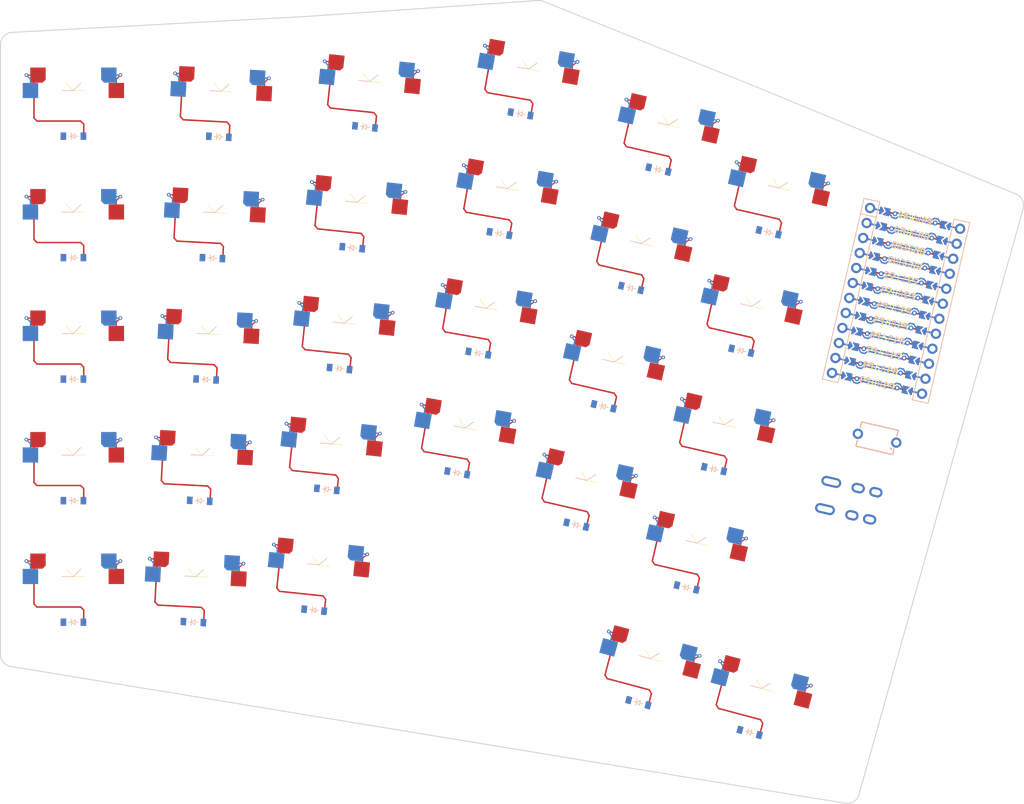
<source format=kicad_pcb>
(kicad_pcb (version 20171130) (host pcbnew 5.1.6)
  (title_block (title "kbd") (rev "v1.0.0") (company "Unknown"))
  (layers (0 F.Cu signal) (31 B.Cu signal) (34 B.Paste user) (35 F.Paste user) (36 B.SilkS user) (37 F.SilkS user) (38 B.Mask user) (39 F.Mask user) (44 Edge.Cuts user))
  (net 0 "")
  (net 1 "P4")
  (net 2 "outer_mod")
  (net 3 "GND")
  (net 4 "D1")
  (net 5 "D2")
  (net 6 "outer_bottom")
  (net 7 "outer_home")
  (net 8 "outer_top")
  (net 9 "outer_num")
  (net 10 "P5")
  (net 11 "pinky_mod")
  (net 12 "pinky_bottom")
  (net 13 "pinky_home")
  (net 14 "pinky_top")
  (net 15 "pinky_num")
  (net 16 "P6")
  (net 17 "ring_mod")
  (net 18 "ring_bottom")
  (net 19 "ring_home")
  (net 20 "ring_top")
  (net 21 "ring_num")
  (net 22 "P7")
  (net 23 "middle_bottom")
  (net 24 "middle_home")
  (net 25 "middle_top")
  (net 26 "middle_num")
  (net 27 "P8")
  (net 28 "index_bottom")
  (net 29 "index_home")
  (net 30 "index_top")
  (net 31 "index_num")
  (net 32 "P9")
  (net 33 "inner_bottom")
  (net 34 "inner_home")
  (net 35 "inner_top")
  (net 36 "inner_num")
  (net 37 "layer_cluster")
  (net 38 "space_cluster")
  (net 39 "RAW")
  (net 40 "RST")
  (net 41 "VCC")
  (net 42 "P21")
  (net 43 "P20")
  (net 44 "P19")
  (net 45 "P18")
  (net 46 "P15")
  (net 47 "P14")
  (net 48 "P16")
  (net 49 "P10")
  (net 50 "P1")
  (net 51 "P0")
  (net 52 "P2")
  (net 53 "P3")
  (net 54 "P101")
  (net 55 "P102")
  (net 56 "P107")
  (net 57 "MCU1_24")
  (net 58 "MCU1_1")
  (net 59 "MCU1_23")
  (net 60 "MCU1_2")
  (net 61 "MCU1_22")
  (net 62 "MCU1_3")
  (net 63 "MCU1_21")
  (net 64 "MCU1_4")
  (net 65 "MCU1_20")
  (net 66 "MCU1_5")
  (net 67 "MCU1_19")
  (net 68 "MCU1_6")
  (net 69 "MCU1_18")
  (net 70 "MCU1_7")
  (net 71 "MCU1_17")
  (net 72 "MCU1_8")
  (net 73 "MCU1_16")
  (net 74 "MCU1_9")
  (net 75 "MCU1_15")
  (net 76 "MCU1_10")
  (net 77 "MCU1_14")
  (net 78 "MCU1_11")
  (net 79 "MCU1_13")
  (net 80 "MCU1_12")
  (footprint "ceoloide:switch_mx" (layer "B.Cu") (at 150 150 0)
    (property "Reference" "S1" hide)
  )
  (segment (start 157.085 145.585) (end 157.085 147.46) (width 0.2) (layer "F.Cu") (net 1))
  (segment (start 157.75 144.92) (end 157.085 145.585) (width 0.2) (layer "F.Cu") (net 1))
  (via (at 157.75 144.92) (size 0.6) (drill 0.3) (layers "F.Cu" "B.Cu") (net 1))
  (segment (start 155.842 144.92) (end 157.75 144.92) (width 0.2) (layer "B.Cu") (net 1))
  (segment (start 142.915 145.585) (end 142.915 147.46) (width 0.2) (layer "B.Cu") (net 2))
  (segment (start 142.25 144.92) (end 142.915 145.585) (width 0.2) (layer "B.Cu") (net 2))
  (via (at 142.25 144.92) (size 0.6) (drill 0.3) (layers "F.Cu" "B.Cu") (net 2))
  (segment (start 144.158 144.92) (end 142.25 144.92) (width 0.2) (layer "F.Cu") (net 2))
  (footprint "ceoloide:switch_mx" (layer "B.Cu") (at 150 129.95 0)
    (property "Reference" "S2" hide)
  )
  (segment (start 157.085 125.53499999999998) (end 157.085 127.40999999999998) (width 0.2) (layer "F.Cu") (net 1))
  (segment (start 157.75 124.86999999999999) (end 157.085 125.53499999999998) (width 0.2) (layer "F.Cu") (net 1))
  (via (at 157.75 124.86999999999999) (size 0.6) (drill 0.3) (layers "F.Cu" "B.Cu") (net 1))
  (segment (start 155.842 124.86999999999999) (end 157.75 124.86999999999999) (width 0.2) (layer "B.Cu") (net 1))
  (segment (start 142.915 125.53499999999998) (end 142.915 127.40999999999998) (width 0.2) (layer "B.Cu") (net 6))
  (segment (start 142.25 124.86999999999999) (end 142.915 125.53499999999998) (width 0.2) (layer "B.Cu") (net 6))
  (via (at 142.25 124.86999999999999) (size 0.6) (drill 0.3) (layers "F.Cu" "B.Cu") (net 6))
  (segment (start 144.158 124.86999999999999) (end 142.25 124.86999999999999) (width 0.2) (layer "F.Cu") (net 6))
  (footprint "ceoloide:switch_mx" (layer "B.Cu") (at 150 109.89999999999999 0)
    (property "Reference" "S3" hide)
  )
  (segment (start 157.085 105.48499999999999) (end 157.085 107.35999999999999) (width 0.2) (layer "F.Cu") (net 1))
  (segment (start 157.75 104.82) (end 157.085 105.48499999999999) (width 0.2) (layer "F.Cu") (net 1))
  (via (at 157.75 104.82) (size 0.6) (drill 0.3) (layers "F.Cu" "B.Cu") (net 1))
  (segment (start 155.842 104.82) (end 157.75 104.82) (width 0.2) (layer "B.Cu") (net 1))
  (segment (start 142.915 105.48499999999999) (end 142.915 107.35999999999999) (width 0.2) (layer "B.Cu") (net 7))
  (segment (start 142.25 104.82) (end 142.915 105.48499999999999) (width 0.2) (layer "B.Cu") (net 7))
  (via (at 142.25 104.82) (size 0.6) (drill 0.3) (layers "F.Cu" "B.Cu") (net 7))
  (segment (start 144.158 104.82) (end 142.25 104.82) (width 0.2) (layer "F.Cu") (net 7))
  (footprint "ceoloide:switch_mx" (layer "B.Cu") (at 150 89.85 0)
    (property "Reference" "S4" hide)
  )
  (segment (start 157.085 85.43499999999999) (end 157.085 87.30999999999999) (width 0.2) (layer "F.Cu") (net 1))
  (segment (start 157.75 84.77) (end 157.085 85.43499999999999) (width 0.2) (layer "F.Cu") (net 1))
  (via (at 157.75 84.77) (size 0.6) (drill 0.3) (layers "F.Cu" "B.Cu") (net 1))
  (segment (start 155.842 84.77) (end 157.75 84.77) (width 0.2) (layer "B.Cu") (net 1))
  (segment (start 142.915 85.43499999999999) (end 142.915 87.30999999999999) (width 0.2) (layer "B.Cu") (net 8))
  (segment (start 142.25 84.77) (end 142.915 85.43499999999999) (width 0.2) (layer "B.Cu") (net 8))
  (via (at 142.25 84.77) (size 0.6) (drill 0.3) (layers "F.Cu" "B.Cu") (net 8))
  (segment (start 144.158 84.77) (end 142.25 84.77) (width 0.2) (layer "F.Cu") (net 8))
  (footprint "ceoloide:switch_mx" (layer "B.Cu") (at 150 69.8 0)
    (property "Reference" "S5" hide)
  )
  (segment (start 157.085 65.38499999999999) (end 157.085 67.25999999999999) (width 0.2) (layer "F.Cu") (net 1))
  (segment (start 157.75 64.72) (end 157.085 65.38499999999999) (width 0.2) (layer "F.Cu") (net 1))
  (via (at 157.75 64.72) (size 0.6) (drill 0.3) (layers "F.Cu" "B.Cu") (net 1))
  (segment (start 155.842 64.72) (end 157.75 64.72) (width 0.2) (layer "B.Cu") (net 1))
  (segment (start 142.915 65.38499999999999) (end 142.915 67.25999999999999) (width 0.2) (layer "B.Cu") (net 9))
  (segment (start 142.25 64.72) (end 142.915 65.38499999999999) (width 0.2) (layer "B.Cu") (net 9))
  (via (at 142.25 64.72) (size 0.6) (drill 0.3) (layers "F.Cu" "B.Cu") (net 9))
  (segment (start 144.158 64.72) (end 142.25 64.72) (width 0.2) (layer "F.Cu") (net 9))
  (footprint "ceoloide:switch_mx" (layer "B.Cu") (at 170.05 150 -3)
    (property "Reference" "S6" hide)
  )
  (segment (start 177.3563535 145.9618509) (end 177.2582236 147.8342812) (width 0.2) (layer "F.Cu") (net 10))
  (segment (start 178.0552456 145.3325656) (end 177.3563535 145.9618509) (width 0.2) (layer "F.Cu") (net 10))
  (via (at 178.0552456 145.3325656) (size 0.6) (drill 0.3) (layers "F.Cu" "B.Cu") (net 10))
  (segment (start 176.14986040000002 145.2327086) (end 178.0552456 145.3325656) (width 0.2) (layer "B.Cu") (net 10))
  (segment (start 163.20577300000002 145.2202504) (end 163.10764310000002 147.0926807) (width 0.2) (layer "B.Cu") (net 11))
  (segment (start 162.57648780000002 144.5213583) (end 163.20577300000002 145.2202504) (width 0.2) (layer "B.Cu") (net 11))
  (via (at 162.57648780000002 144.5213583) (size 0.6) (drill 0.3) (layers "F.Cu" "B.Cu") (net 11))
  (segment (start 164.4818729 144.6212153) (end 162.57648780000002 144.5213583) (width 0.2) (layer "F.Cu") (net 11))
  (footprint "ceoloide:switch_mx" (layer "B.Cu") (at 171.0993359 129.9774778 -3)
    (property "Reference" "S7" hide)
  )
  (segment (start 178.4056894 125.9393287) (end 178.3075595 127.81175900000001) (width 0.2) (layer "F.Cu") (net 10))
  (segment (start 179.1045815 125.3100434) (end 178.4056894 125.9393287) (width 0.2) (layer "F.Cu") (net 10))
  (via (at 179.1045815 125.3100434) (size 0.6) (drill 0.3) (layers "F.Cu" "B.Cu") (net 10))
  (segment (start 177.1991963 125.2101864) (end 179.1045815 125.3100434) (width 0.2) (layer "B.Cu") (net 10))
  (segment (start 164.2551089 125.1977282) (end 164.156979 127.0701585) (width 0.2) (layer "B.Cu") (net 12))
  (segment (start 163.6258237 124.4988361) (end 164.2551089 125.1977282) (width 0.2) (layer "B.Cu") (net 12))
  (via (at 163.6258237 124.4988361) (size 0.6) (drill 0.3) (layers "F.Cu" "B.Cu") (net 12))
  (segment (start 165.5312088 124.5986931) (end 163.6258237 124.4988361) (width 0.2) (layer "F.Cu") (net 12))
  (footprint "ceoloide:switch_mx" (layer "B.Cu") (at 172.1486718 109.9549556 -3)
    (property "Reference" "S8" hide)
  )
  (segment (start 179.4550253 105.9168065) (end 179.35689539999998 107.78923680000001) (width 0.2) (layer "F.Cu") (net 10))
  (segment (start 180.15391739999998 105.2875212) (end 179.4550253 105.9168065) (width 0.2) (layer "F.Cu") (net 10))
  (via (at 180.15391739999998 105.2875212) (size 0.6) (drill 0.3) (layers "F.Cu" "B.Cu") (net 10))
  (segment (start 178.2485322 105.1876642) (end 180.15391739999998 105.2875212) (width 0.2) (layer "B.Cu") (net 10))
  (segment (start 165.3044448 105.175206) (end 165.2063149 107.04763630000001) (width 0.2) (layer "B.Cu") (net 13))
  (segment (start 164.6751596 104.47631390000001) (end 165.3044448 105.175206) (width 0.2) (layer "B.Cu") (net 13))
  (via (at 164.6751596 104.47631390000001) (size 0.6) (drill 0.3) (layers "F.Cu" "B.Cu") (net 13))
  (segment (start 166.5805447 104.57617090000001) (end 164.6751596 104.47631390000001) (width 0.2) (layer "F.Cu") (net 13))
  (footprint "ceoloide:switch_mx" (layer "B.Cu") (at 173.19800769999998 89.93243340000001 -3)
    (property "Reference" "S9" hide)
  )
  (segment (start 180.50436119999998 85.89428430000001) (end 180.40623129999997 87.76671460000001) (width 0.2) (layer "F.Cu") (net 10))
  (segment (start 181.20325329999997 85.264999) (end 180.50436119999998 85.89428430000001) (width 0.2) (layer "F.Cu") (net 10))
  (via (at 181.20325329999997 85.264999) (size 0.6) (drill 0.3) (layers "F.Cu" "B.Cu") (net 10))
  (segment (start 179.2978681 85.165142) (end 181.20325329999997 85.264999) (width 0.2) (layer "B.Cu") (net 10))
  (segment (start 166.3537807 85.1526838) (end 166.25565079999998 87.02511410000001) (width 0.2) (layer "B.Cu") (net 14))
  (segment (start 165.7244955 84.45379170000001) (end 166.3537807 85.1526838) (width 0.2) (layer "B.Cu") (net 14))
  (via (at 165.7244955 84.45379170000001) (size 0.6) (drill 0.3) (layers "F.Cu" "B.Cu") (net 14))
  (segment (start 167.62988059999998 84.55364870000001) (end 165.7244955 84.45379170000001) (width 0.2) (layer "F.Cu") (net 14))
  (footprint "ceoloide:switch_mx" (layer "B.Cu") (at 174.24734359999997 69.90991120000001 -3)
    (property "Reference" "S10" hide)
  )
  (segment (start 181.55369709999997 65.87176210000001) (end 181.45556719999996 67.74419240000002) (width 0.2) (layer "F.Cu") (net 10))
  (segment (start 182.25258919999996 65.2424768) (end 181.55369709999997 65.87176210000001) (width 0.2) (layer "F.Cu") (net 10))
  (via (at 182.25258919999996 65.2424768) (size 0.6) (drill 0.3) (layers "F.Cu" "B.Cu") (net 10))
  (segment (start 180.34720399999998 65.1426198) (end 182.25258919999996 65.2424768) (width 0.2) (layer "B.Cu") (net 10))
  (segment (start 167.40311659999998 65.13016160000001) (end 167.30498669999997 67.00259190000001) (width 0.2) (layer "B.Cu") (net 15))
  (segment (start 166.77383139999998 64.43126950000001) (end 167.40311659999998 65.13016160000001) (width 0.2) (layer "B.Cu") (net 15))
  (via (at 166.77383139999998 64.43126950000001) (size 0.6) (drill 0.3) (layers "F.Cu" "B.Cu") (net 15))
  (segment (start 168.67921649999997 64.53112650000001) (end 166.77383139999998 64.43126950000001) (width 0.2) (layer "F.Cu") (net 15))
  (footprint "ceoloide:switch_mx" (layer "B.Cu") (at 190.22953 148.0534473 -6)
    (property "Reference" "S11" hide)
  )
  (segment (start 197.7372108 144.4032173) (end 197.54121990000002 146.26794579999998) (width 0.2) (layer "F.Cu") (net 16))
  (segment (start 198.4680793 143.8113717) (end 197.7372108 144.4032173) (width 0.2) (layer "F.Cu") (net 16))
  (via (at 198.4680793 143.8113717) (size 0.6) (drill 0.3) (layers "F.Cu" "B.Cu") (net 16))
  (segment (start 196.57053150000002 143.61193139999997) (end 198.4680793 143.8113717) (width 0.2) (layer "B.Cu") (net 16))
  (segment (start 183.6448355 142.922049) (end 183.44884470000002 144.7867775) (width 0.2) (layer "B.Cu") (net 17))
  (segment (start 183.0529899 142.19118049999997) (end 183.6448355 142.922049) (width 0.2) (layer "B.Cu") (net 17))
  (via (at 183.0529899 142.19118049999997) (size 0.6) (drill 0.3) (layers "F.Cu" "B.Cu") (net 17))
  (segment (start 184.9505377 142.3906208) (end 183.0529899 142.19118049999997) (width 0.2) (layer "F.Cu") (net 17))
  (footprint "ceoloide:switch_mx" (layer "B.Cu") (at 192.3253257 128.11328329999998 -6)
    (property "Reference" "S12" hide)
  )
  (segment (start 199.8330065 124.46305329999998) (end 199.6370156 126.32778179999998) (width 0.2) (layer "F.Cu") (net 16))
  (segment (start 200.563875 123.87120769999999) (end 199.8330065 124.46305329999998) (width 0.2) (layer "F.Cu") (net 16))
  (via (at 200.563875 123.87120769999999) (size 0.6) (drill 0.3) (layers "F.Cu" "B.Cu") (net 16))
  (segment (start 198.6663272 123.67176739999998) (end 200.563875 123.87120769999999) (width 0.2) (layer "B.Cu") (net 16))
  (segment (start 185.7406312 122.98188499999998) (end 185.54464040000002 124.84661349999998) (width 0.2) (layer "B.Cu") (net 18))
  (segment (start 185.1487856 122.25101649999998) (end 185.7406312 122.98188499999998) (width 0.2) (layer "B.Cu") (net 18))
  (via (at 185.1487856 122.25101649999998) (size 0.6) (drill 0.3) (layers "F.Cu" "B.Cu") (net 18))
  (segment (start 187.0463334 122.45045679999998) (end 185.1487856 122.25101649999998) (width 0.2) (layer "F.Cu") (net 18))
  (footprint "ceoloide:switch_mx" (layer "B.Cu") (at 194.4211214 108.17311929999998 -6)
    (property "Reference" "S13" hide)
  )
  (segment (start 201.9288022 104.52288929999999) (end 201.7328113 106.38761779999999) (width 0.2) (layer "F.Cu") (net 16))
  (segment (start 202.6596707 103.93104369999998) (end 201.9288022 104.52288929999999) (width 0.2) (layer "F.Cu") (net 16))
  (via (at 202.6596707 103.93104369999998) (size 0.6) (drill 0.3) (layers "F.Cu" "B.Cu") (net 16))
  (segment (start 200.7621229 103.73160339999998) (end 202.6596707 103.93104369999998) (width 0.2) (layer "B.Cu") (net 16))
  (segment (start 187.8364269 103.04172099999998) (end 187.64043610000002 104.90644949999998) (width 0.2) (layer "B.Cu") (net 19))
  (segment (start 187.2445813 102.31085249999998) (end 187.8364269 103.04172099999998) (width 0.2) (layer "B.Cu") (net 19))
  (via (at 187.2445813 102.31085249999998) (size 0.6) (drill 0.3) (layers "F.Cu" "B.Cu") (net 19))
  (segment (start 189.1421291 102.51029279999999) (end 187.2445813 102.31085249999998) (width 0.2) (layer "F.Cu") (net 19))
  (footprint "ceoloide:switch_mx" (layer "B.Cu") (at 196.5169171 88.23295529999999 -6)
    (property "Reference" "S14" hide)
  )
  (segment (start 204.0245979 84.58272529999999) (end 203.828607 86.44745379999999) (width 0.2) (layer "F.Cu") (net 16))
  (segment (start 204.7554664 83.9908797) (end 204.0245979 84.58272529999999) (width 0.2) (layer "F.Cu") (net 16))
  (via (at 204.7554664 83.9908797) (size 0.6) (drill 0.3) (layers "F.Cu" "B.Cu") (net 16))
  (segment (start 202.8579186 83.79143939999999) (end 204.7554664 83.9908797) (width 0.2) (layer "B.Cu") (net 16))
  (segment (start 189.9322226 83.10155699999999) (end 189.7362318 84.96628549999998) (width 0.2) (layer "B.Cu") (net 20))
  (segment (start 189.340377 82.37068849999999) (end 189.9322226 83.10155699999999) (width 0.2) (layer "B.Cu") (net 20))
  (via (at 189.340377 82.37068849999999) (size 0.6) (drill 0.3) (layers "F.Cu" "B.Cu") (net 20))
  (segment (start 191.2379248 82.57012879999999) (end 189.340377 82.37068849999999) (width 0.2) (layer "F.Cu") (net 20))
  (footprint "ceoloide:switch_mx" (layer "B.Cu") (at 198.6127128 68.29279129999999 -6)
    (property "Reference" "S15" hide)
  )
  (segment (start 206.1203936 64.6425613) (end 205.9244027 66.5072898) (width 0.2) (layer "F.Cu") (net 16))
  (segment (start 206.85126209999999 64.05071569999998) (end 206.1203936 64.6425613) (width 0.2) (layer "F.Cu") (net 16))
  (via (at 206.85126209999999 64.05071569999998) (size 0.6) (drill 0.3) (layers "F.Cu" "B.Cu") (net 16))
  (segment (start 204.9537143 63.85127539999999) (end 206.85126209999999 64.05071569999998) (width 0.2) (layer "B.Cu") (net 16))
  (segment (start 192.02801829999999 63.16139299999999) (end 191.8320275 65.02612149999999) (width 0.2) (layer "B.Cu") (net 21))
  (segment (start 191.4361727 62.43052449999999) (end 192.02801829999999 63.16139299999999) (width 0.2) (layer "B.Cu") (net 21))
  (via (at 191.4361727 62.43052449999999) (size 0.6) (drill 0.3) (layers "F.Cu" "B.Cu") (net 21))
  (segment (start 193.3337205 62.62996479999999) (end 191.4361727 62.43052449999999) (width 0.2) (layer "F.Cu") (net 21))
  (footprint "ceoloide:switch_mx" (layer "B.Cu") (at 214.17398240000003 125.43123819999997 -10)
    (property "Reference" "S16" hide)
  )
  (segment (start 221.91800200000003 122.31360929999997) (end 221.5924117 124.16012379999997) (width 0.2) (layer "F.Cu") (net 22))
  (segment (start 222.68837520000002 121.77418819999997) (end 221.91800200000003 122.31360929999997) (width 0.2) (layer "F.Cu") (net 22))
  (via (at 222.68837520000002 121.77418819999997) (size 0.6) (drill 0.3) (layers "F.Cu" "B.Cu") (net 22))
  (segment (start 220.80936200000002 121.44286749999996) (end 222.68837520000002 121.77418819999997) (width 0.2) (layer "B.Cu") (net 22))
  (segment (start 207.96327620000002 119.85301459999997) (end 207.63768580000004 121.69952919999997) (width 0.2) (layer "B.Cu") (net 23))
  (segment (start 207.42385510000003 119.08264139999997) (end 207.96327620000002 119.85301459999997) (width 0.2) (layer "B.Cu") (net 23))
  (via (at 207.42385510000003 119.08264139999997) (size 0.6) (drill 0.3) (layers "F.Cu" "B.Cu") (net 23))
  (segment (start 209.30286820000003 119.41396219999997) (end 207.42385510000003 119.08264139999997) (width 0.2) (layer "F.Cu") (net 23))
  (footprint "ceoloide:switch_mx" (layer "B.Cu") (at 217.65562840000004 105.68584279999996 -10)
    (property "Reference" "S17" hide)
  )
  (segment (start 225.39964800000004 102.56821389999996) (end 225.07405770000003 104.41472839999996) (width 0.2) (layer "F.Cu") (net 22))
  (segment (start 226.17002120000004 102.02879279999996) (end 225.39964800000004 102.56821389999996) (width 0.2) (layer "F.Cu") (net 22))
  (via (at 226.17002120000004 102.02879279999996) (size 0.6) (drill 0.3) (layers "F.Cu" "B.Cu") (net 22))
  (segment (start 224.29100800000003 101.69747209999996) (end 226.17002120000004 102.02879279999996) (width 0.2) (layer "B.Cu") (net 22))
  (segment (start 211.44492220000004 100.10761919999996) (end 211.11933180000005 101.95413379999997) (width 0.2) (layer "B.Cu") (net 24))
  (segment (start 210.90550110000004 99.33724599999996) (end 211.44492220000004 100.10761919999996) (width 0.2) (layer "B.Cu") (net 24))
  (via (at 210.90550110000004 99.33724599999996) (size 0.6) (drill 0.3) (layers "F.Cu" "B.Cu") (net 24))
  (segment (start 212.78451420000005 99.66856679999997) (end 210.90550110000004 99.33724599999996) (width 0.2) (layer "F.Cu") (net 24))
  (footprint "ceoloide:switch_mx" (layer "B.Cu") (at 221.13727440000005 85.94044739999995 -10)
    (property "Reference" "S18" hide)
  )
  (segment (start 228.88129400000005 82.82281849999995) (end 228.55570370000004 84.66933299999995) (width 0.2) (layer "F.Cu") (net 22))
  (segment (start 229.65166720000005 82.28339739999996) (end 228.88129400000005 82.82281849999995) (width 0.2) (layer "F.Cu") (net 22))
  (via (at 229.65166720000005 82.28339739999996) (size 0.6) (drill 0.3) (layers "F.Cu" "B.Cu") (net 22))
  (segment (start 227.77265400000005 81.95207669999995) (end 229.65166720000005 82.28339739999996) (width 0.2) (layer "B.Cu") (net 22))
  (segment (start 214.92656820000005 80.36222379999995) (end 214.60097780000007 82.20873839999996) (width 0.2) (layer "B.Cu") (net 25))
  (segment (start 214.38714710000005 79.59185059999996) (end 214.92656820000005 80.36222379999995) (width 0.2) (layer "B.Cu") (net 25))
  (via (at 214.38714710000005 79.59185059999996) (size 0.6) (drill 0.3) (layers "F.Cu" "B.Cu") (net 25))
  (segment (start 216.26616020000006 79.92317139999996) (end 214.38714710000005 79.59185059999996) (width 0.2) (layer "F.Cu") (net 25))
  (footprint "ceoloide:switch_mx" (layer "B.Cu") (at 224.61892040000006 66.19505199999995 -10)
    (property "Reference" "S19" hide)
  )
  (segment (start 232.36294000000007 63.07742309999995) (end 232.03734970000005 64.92393759999995) (width 0.2) (layer "F.Cu") (net 22))
  (segment (start 233.13331320000006 62.53800199999995) (end 232.36294000000007 63.07742309999995) (width 0.2) (layer "F.Cu") (net 22))
  (via (at 233.13331320000006 62.53800199999995) (size 0.6) (drill 0.3) (layers "F.Cu" "B.Cu") (net 22))
  (segment (start 231.25430000000006 62.20668129999995) (end 233.13331320000006 62.53800199999995) (width 0.2) (layer "B.Cu") (net 22))
  (segment (start 218.40821420000006 60.616828399999946) (end 218.08262380000008 62.463342999999945) (width 0.2) (layer "B.Cu") (net 26))
  (segment (start 217.86879310000006 59.846455199999944) (end 218.40821420000006 60.616828399999946) (width 0.2) (layer "B.Cu") (net 26))
  (via (at 217.86879310000006 59.846455199999944) (size 0.6) (drill 0.3) (layers "F.Cu" "B.Cu") (net 26))
  (segment (start 219.74780620000007 60.177775999999945) (end 217.86879310000006 59.846455199999944) (width 0.2) (layer "F.Cu") (net 26))
  (footprint "ceoloide:switch_mx" (layer "B.Cu") (at 234.07975960000002 134.04619849999997 -13)
    (property "Reference" "S20" hide)
  )
  (segment (start 241.97633040000002 131.33813289999998) (end 241.55454720000003 133.16507679999998) (width 0.2) (layer "F.Cu") (net 27))
  (segment (start 242.77387900000002 130.83976919999998) (end 241.97633040000002 131.33813289999998) (width 0.2) (layer "F.Cu") (net 27))
  (via (at 242.77387900000002 130.83976919999998) (size 0.6) (drill 0.3) (layers "F.Cu" "B.Cu") (net 27))
  (segment (start 240.9147809 130.41056259999996) (end 242.77387900000002 130.83976919999998) (width 0.2) (layer "B.Cu") (net 27))
  (segment (start 228.1695066 128.15057639999998) (end 227.7477234 129.97752029999998) (width 0.2) (layer "B.Cu") (net 28))
  (segment (start 227.67114300000003 127.35302789999997) (end 228.1695066 128.15057639999998) (width 0.2) (layer "B.Cu") (net 28))
  (via (at 227.67114300000003 127.35302789999997) (size 0.6) (drill 0.3) (layers "F.Cu" "B.Cu") (net 28))
  (segment (start 229.53024100000002 127.78223449999997) (end 227.67114300000003 127.35302789999997) (width 0.2) (layer "F.Cu") (net 28))
  (footprint "ceoloide:switch_mx" (layer "B.Cu") (at 238.5900282 114.51007869999998 -13)
    (property "Reference" "S21" hide)
  )
  (segment (start 246.486599 111.80201309999998) (end 246.06481580000002 113.62895699999999) (width 0.2) (layer "F.Cu") (net 27))
  (segment (start 247.2841476 111.30364939999998) (end 246.486599 111.80201309999998) (width 0.2) (layer "F.Cu") (net 27))
  (via (at 247.2841476 111.30364939999998) (size 0.6) (drill 0.3) (layers "F.Cu" "B.Cu") (net 27))
  (segment (start 245.4250495 110.87444279999998) (end 247.2841476 111.30364939999998) (width 0.2) (layer "B.Cu") (net 27))
  (segment (start 232.6797752 108.61445659999998) (end 232.257992 110.44140049999999) (width 0.2) (layer "B.Cu") (net 29))
  (segment (start 232.18141160000002 107.81690809999998) (end 232.6797752 108.61445659999998) (width 0.2) (layer "B.Cu") (net 29))
  (via (at 232.18141160000002 107.81690809999998) (size 0.6) (drill 0.3) (layers "F.Cu" "B.Cu") (net 29))
  (segment (start 234.0405096 108.24611469999998) (end 232.18141160000002 107.81690809999998) (width 0.2) (layer "F.Cu") (net 29))
  (footprint "ceoloide:switch_mx" (layer "B.Cu") (at 243.1002968 94.97395889999999 -13)
    (property "Reference" "S22" hide)
  )
  (segment (start 250.9968676 92.26589329999999) (end 250.5750844 94.09283719999999) (width 0.2) (layer "F.Cu") (net 27))
  (segment (start 251.7944162 91.76752959999999) (end 250.9968676 92.26589329999999) (width 0.2) (layer "F.Cu") (net 27))
  (via (at 251.7944162 91.76752959999999) (size 0.6) (drill 0.3) (layers "F.Cu" "B.Cu") (net 27))
  (segment (start 249.9353181 91.33832299999999) (end 251.7944162 91.76752959999999) (width 0.2) (layer "B.Cu") (net 27))
  (segment (start 237.19004379999998 89.07833679999999) (end 236.7682606 90.90528069999999) (width 0.2) (layer "B.Cu") (net 30))
  (segment (start 236.6916802 88.28078829999998) (end 237.19004379999998 89.07833679999999) (width 0.2) (layer "B.Cu") (net 30))
  (via (at 236.6916802 88.28078829999998) (size 0.6) (drill 0.3) (layers "F.Cu" "B.Cu") (net 30))
  (segment (start 238.5507782 88.70999489999998) (end 236.6916802 88.28078829999998) (width 0.2) (layer "F.Cu") (net 30))
  (footprint "ceoloide:switch_mx" (layer "B.Cu") (at 247.61056539999998 75.43783909999999 -13)
    (property "Reference" "S23" hide)
  )
  (segment (start 255.5071362 72.7297735) (end 255.085353 74.5567174) (width 0.2) (layer "F.Cu") (net 27))
  (segment (start 256.30468479999996 72.2314098) (end 255.5071362 72.7297735) (width 0.2) (layer "F.Cu") (net 27))
  (via (at 256.30468479999996 72.2314098) (size 0.6) (drill 0.3) (layers "F.Cu" "B.Cu") (net 27))
  (segment (start 254.44558669999998 71.8022032) (end 256.30468479999996 72.2314098) (width 0.2) (layer "B.Cu") (net 27))
  (segment (start 241.70031239999997 69.542217) (end 241.27852919999998 71.3691609) (width 0.2) (layer "B.Cu") (net 31))
  (segment (start 241.2019488 68.74466849999999) (end 241.70031239999997 69.542217) (width 0.2) (layer "B.Cu") (net 31))
  (via (at 241.2019488 68.74466849999999) (size 0.6) (drill 0.3) (layers "F.Cu" "B.Cu") (net 31))
  (segment (start 243.06104679999999 69.17387509999999) (end 241.2019488 68.74466849999999) (width 0.2) (layer "F.Cu") (net 31))
  (footprint "ceoloide:switch_mx" (layer "B.Cu") (at 252.26617290000002 144.40268749999998 -13)
    (property "Reference" "S24" hide)
  )
  (segment (start 260.1627437 141.6946219) (end 259.7409605 143.5215658) (width 0.2) (layer "F.Cu") (net 32))
  (segment (start 260.9602923 141.1962582) (end 260.1627437 141.6946219) (width 0.2) (layer "F.Cu") (net 32))
  (via (at 260.9602923 141.1962582) (size 0.6) (drill 0.3) (layers "F.Cu" "B.Cu") (net 32))
  (segment (start 259.1011942 140.76705159999997) (end 260.9602923 141.1962582) (width 0.2) (layer "B.Cu") (net 32))
  (segment (start 246.3559199 138.5070654) (end 245.9341367 140.3340093) (width 0.2) (layer "B.Cu") (net 33))
  (segment (start 245.85755630000003 137.70951689999998) (end 246.3559199 138.5070654) (width 0.2) (layer "B.Cu") (net 33))
  (via (at 245.85755630000003 137.70951689999998) (size 0.6) (drill 0.3) (layers "F.Cu" "B.Cu") (net 33))
  (segment (start 247.71665430000002 138.1387235) (end 245.85755630000003 137.70951689999998) (width 0.2) (layer "F.Cu") (net 33))
  (footprint "ceoloide:switch_mx" (layer "B.Cu") (at 256.77644150000003 124.86656769999999 -13)
    (property "Reference" "S25" hide)
  )
  (segment (start 264.67301230000004 122.15850209999999) (end 264.25122910000005 123.985446) (width 0.2) (layer "F.Cu") (net 32))
  (segment (start 265.4705609 121.6601384) (end 264.67301230000004 122.15850209999999) (width 0.2) (layer "F.Cu") (net 32))
  (via (at 265.4705609 121.6601384) (size 0.6) (drill 0.3) (layers "F.Cu" "B.Cu") (net 32))
  (segment (start 263.6114628 121.2309318) (end 265.4705609 121.6601384) (width 0.2) (layer "B.Cu") (net 32))
  (segment (start 250.86618850000002 118.9709456) (end 250.44440530000003 120.7978895) (width 0.2) (layer "B.Cu") (net 34))
  (segment (start 250.36782490000004 118.17339709999999) (end 250.86618850000002 118.9709456) (width 0.2) (layer "B.Cu") (net 34))
  (via (at 250.36782490000004 118.17339709999999) (size 0.6) (drill 0.3) (layers "F.Cu" "B.Cu") (net 34))
  (segment (start 252.22692290000003 118.60260369999999) (end 250.36782490000004 118.17339709999999) (width 0.2) (layer "F.Cu") (net 34))
  (footprint "ceoloide:switch_mx" (layer "B.Cu") (at 261.28671010000005 105.3304479 -13)
    (property "Reference" "S26" hide)
  )
  (segment (start 269.18328090000006 102.6223823) (end 268.76149770000006 104.4493262) (width 0.2) (layer "F.Cu") (net 32))
  (segment (start 269.9808295 102.1240186) (end 269.18328090000006 102.6223823) (width 0.2) (layer "F.Cu") (net 32))
  (via (at 269.9808295 102.1240186) (size 0.6) (drill 0.3) (layers "F.Cu" "B.Cu") (net 32))
  (segment (start 268.12173140000004 101.694812) (end 269.9808295 102.1240186) (width 0.2) (layer "B.Cu") (net 32))
  (segment (start 255.37645710000004 99.4348258) (end 254.95467390000005 101.2617697) (width 0.2) (layer "B.Cu") (net 35))
  (segment (start 254.87809350000006 98.6372773) (end 255.37645710000004 99.4348258) (width 0.2) (layer "B.Cu") (net 35))
  (via (at 254.87809350000006 98.6372773) (size 0.6) (drill 0.3) (layers "F.Cu" "B.Cu") (net 35))
  (segment (start 256.73719150000005 99.0664839) (end 254.87809350000006 98.6372773) (width 0.2) (layer "F.Cu") (net 35))
  (footprint "ceoloide:switch_mx" (layer "B.Cu") (at 265.79697870000007 85.7943281 -13)
    (property "Reference" "S27" hide)
  )
  (segment (start 273.6935495000001 83.0862625) (end 273.2717663000001 84.9132064) (width 0.2) (layer "F.Cu") (net 32))
  (segment (start 274.49109810000004 82.5878988) (end 273.6935495000001 83.0862625) (width 0.2) (layer "F.Cu") (net 32))
  (via (at 274.49109810000004 82.5878988) (size 0.6) (drill 0.3) (layers "F.Cu" "B.Cu") (net 32))
  (segment (start 272.63200000000006 82.1586922) (end 274.49109810000004 82.5878988) (width 0.2) (layer "B.Cu") (net 32))
  (segment (start 259.88672570000006 79.898706) (end 259.46494250000006 81.72564990000001) (width 0.2) (layer "B.Cu") (net 36))
  (segment (start 259.38836210000005 79.1011575) (end 259.88672570000006 79.898706) (width 0.2) (layer "B.Cu") (net 36))
  (via (at 259.38836210000005 79.1011575) (size 0.6) (drill 0.3) (layers "F.Cu" "B.Cu") (net 36))
  (segment (start 261.24746010000007 79.5303641) (end 259.38836210000005 79.1011575) (width 0.2) (layer "F.Cu") (net 36))
  (footprint "ceoloide:switch_mx" (layer "B.Cu") (at 244.4696864 163.4520706 -15)
    (property "Reference" "S28" hide)
  )
  (segment (start 252.455957 161.021241) (end 251.9706713 162.83235190000002) (width 0.2) (layer "F.Cu") (net 27))
  (segment (start 253.2704123 160.551015) (end 252.455957 161.021241) (width 0.2) (layer "F.Cu") (net 27))
  (via (at 253.2704123 160.551015) (size 0.6) (drill 0.3) (layers "F.Cu" "B.Cu") (net 27))
  (segment (start 251.4274258 160.0571883) (end 253.2704123 160.551015) (width 0.2) (layer "B.Cu") (net 27))
  (segment (start 238.768788 157.3537751) (end 238.2835023 159.16488610000002) (width 0.2) (layer "B.Cu") (net 37))
  (segment (start 238.298562 156.53931980000002) (end 238.768788 157.3537751) (width 0.2) (layer "B.Cu") (net 37))
  (via (at 238.298562 156.53931980000002) (size 0.6) (drill 0.3) (layers "F.Cu" "B.Cu") (net 37))
  (segment (start 240.1415485 157.03314650000002) (end 238.298562 156.53931980000002) (width 0.2) (layer "F.Cu") (net 37))
  (footprint "ceoloide:switch_mx" (layer "B.Cu") (at 262.8222771 168.36963250000002 -15)
    (property "Reference" "S29" hide)
  )
  (segment (start 270.8085477 165.9388029) (end 270.323262 167.74991380000003) (width 0.2) (layer "F.Cu") (net 32))
  (segment (start 271.623003 165.46857690000002) (end 270.8085477 165.9388029) (width 0.2) (layer "F.Cu") (net 32))
  (via (at 271.623003 165.46857690000002) (size 0.6) (drill 0.3) (layers "F.Cu" "B.Cu") (net 32))
  (segment (start 269.7800165 164.97475020000002) (end 271.623003 165.46857690000002) (width 0.2) (layer "B.Cu") (net 32))
  (segment (start 257.12137870000004 162.27133700000002) (end 256.636093 164.08244800000003) (width 0.2) (layer "B.Cu") (net 38))
  (segment (start 256.6511527 161.45688170000003) (end 257.12137870000004 162.27133700000002) (width 0.2) (layer "B.Cu") (net 38))
  (via (at 256.6511527 161.45688170000003) (size 0.6) (drill 0.3) (layers "F.Cu" "B.Cu") (net 38))
  (segment (start 258.4941392 161.95070840000002) (end 256.6511527 161.45688170000003) (width 0.2) (layer "F.Cu") (net 38))
  (footprint "ceoloide:mcu_supermini_nrf52840" (layer "F.Cu") (at 285.96453550000007 100.7390741 -13)
    (property "Reference" "MCU1" hide)
  )
  (segment (start 293.47403090000006 89.4387156) (end 292.1342721000001 89.12940789999999) (width 0.25) (layer "F.Cu"))
  (segment (start 284.16879680000005 87.290433) (end 285.50855570000004 87.5997407) (width 0.25) (layer "F.Cu"))
  (segment (start 281.3967140000001 86.6504472) (end 283.46237850000006 87.1273435) (width 0.25) (layer "F.Cu"))
  (segment (start 281.3967140000001 86.6504472) (end 283.46237850000006 87.1273435) (width 0.25) (layer "B.Cu"))
  (segment (start 294.18044920000006 89.60180509999999) (end 296.24611380000005 90.07870129999999) (width 0.25) (layer "F.Cu"))
  (segment (start 296.24611380000005 90.07870129999999) (end 294.18044920000006 89.60180509999999) (width 0.25) (layer "B.Cu"))
  (segment (start 286.2317383000001 88.00275049999999) (end 291.85842830000007 89.3017742) (width 0.25) (layer "B.Cu"))
  (segment (start 284.16879680000005 87.290433) (end 284.5095292000001 87.36909729999999) (width 0.25) (layer "B.Cu"))
  (segment (start 285.05285800000007 88.2386051) (end 285.63807440000005 88.3737129) (width 0.25) (layer "B.Cu"))
  (segment (start 284.5095292000001 87.36909729999999) (end 285.05285800000007 88.2386051) (width 0.25) (layer "B.Cu"))
  (segment (start 285.63807440000005 88.3737129) (end 286.2317383000001 88.00275049999999) (width 0.25) (layer "B.Cu"))
  (segment (start 293.47403090000006 89.4387156) (end 293.13329860000005 89.3600513) (width 0.25) (layer "B.Cu"))
  (segment (start 291.39909630000005 88.7338922) (end 285.77240630000006 87.4348685) (width 0.25) (layer "B.Cu"))
  (segment (start 293.13329860000005 89.3600513) (end 292.58996980000006 88.4905435) (width 0.25) (layer "B.Cu"))
  (segment (start 292.58996980000006 88.4905435) (end 292.0047534000001 88.35543559999999) (width 0.25) (layer "B.Cu"))
  (segment (start 292.0047534000001 88.35543559999999) (end 291.39909630000005 88.7338922) (width 0.25) (layer "B.Cu"))
  (segment (start 292.90265530000005 91.91361549999999) (end 291.56289640000006 91.6043078) (width 0.25) (layer "F.Cu"))
  (segment (start 283.59742120000004 89.765333) (end 284.93718000000007 90.0746407) (width 0.25) (layer "F.Cu"))
  (segment (start 280.82533830000006 89.1253472) (end 282.89100290000005 89.60224339999999) (width 0.25) (layer "F.Cu"))
  (segment (start 280.82533830000006 89.1253472) (end 282.89100290000005 89.60224339999999) (width 0.25) (layer "B.Cu"))
  (segment (start 293.60907360000004 92.076705) (end 295.67473810000007 92.5536013) (width 0.25) (layer "F.Cu"))
  (segment (start 295.67473810000007 92.5536013) (end 293.60907360000004 92.076705) (width 0.25) (layer "B.Cu"))
  (segment (start 285.66036260000004 90.4776505) (end 291.2870526000001 91.7766742) (width 0.25) (layer "B.Cu"))
  (segment (start 283.59742120000004 89.765333) (end 283.93815350000006 89.84399719999999) (width 0.25) (layer "B.Cu"))
  (segment (start 284.4814823000001 90.713505) (end 285.0666987000001 90.84861289999999) (width 0.25) (layer "B.Cu"))
  (segment (start 283.93815350000006 89.84399719999999) (end 284.4814823000001 90.713505) (width 0.25) (layer "B.Cu"))
  (segment (start 285.0666987000001 90.84861289999999) (end 285.66036260000004 90.4776505) (width 0.25) (layer "B.Cu"))
  (segment (start 292.90265530000005 91.91361549999999) (end 292.56192290000007 91.8349513) (width 0.25) (layer "B.Cu"))
  (segment (start 290.8277206000001 91.20879219999999) (end 285.2010306000001 89.9097685) (width 0.25) (layer "B.Cu"))
  (segment (start 292.56192290000007 91.8349513) (end 292.0185941000001 90.96544349999999) (width 0.25) (layer "B.Cu"))
  (segment (start 292.0185941000001 90.96544349999999) (end 291.43337770000005 90.8303356) (width 0.25) (layer "B.Cu"))
  (segment (start 291.43337770000005 90.8303356) (end 290.8277206000001 91.20879219999999) (width 0.25) (layer "B.Cu"))
  (segment (start 292.3312796000001 94.3885155) (end 290.99152080000005 94.07920779999999) (width 0.25) (layer "F.Cu"))
  (segment (start 283.02604550000007 92.2402329) (end 284.3658043000001 92.5495406) (width 0.25) (layer "F.Cu"))
  (segment (start 280.2539626000001 91.6002472) (end 282.31962720000007 92.0771434) (width 0.25) (layer "F.Cu"))
  (segment (start 280.2539626000001 91.6002472) (end 282.31962720000007 92.0771434) (width 0.25) (layer "B.Cu"))
  (segment (start 293.03769790000007 94.551605) (end 295.1033624000001 95.0285012) (width 0.25) (layer "F.Cu"))
  (segment (start 295.1033624000001 95.0285012) (end 293.03769790000007 94.551605) (width 0.25) (layer "B.Cu"))
  (segment (start 285.0889870000001 92.95255039999999) (end 290.71567690000006 94.2515742) (width 0.25) (layer "B.Cu"))
  (segment (start 283.02604550000007 92.2402329) (end 283.3667778000001 92.3188972) (width 0.25) (layer "B.Cu"))
  (segment (start 283.91010660000006 93.18840499999999) (end 284.49532300000004 93.3235128) (width 0.25) (layer "B.Cu"))
  (segment (start 283.3667778000001 92.3188972) (end 283.91010660000006 93.18840499999999) (width 0.25) (layer "B.Cu"))
  (segment (start 284.49532300000004 93.3235128) (end 285.0889870000001 92.95255039999999) (width 0.25) (layer "B.Cu"))
  (segment (start 292.3312796000001 94.3885155) (end 291.99054730000006 94.3098512) (width 0.25) (layer "B.Cu"))
  (segment (start 290.25634490000004 93.6836922) (end 284.62965500000007 92.3846684) (width 0.25) (layer "B.Cu"))
  (segment (start 291.99054730000006 94.3098512) (end 291.4472185000001 93.44034339999999) (width 0.25) (layer "B.Cu"))
  (segment (start 291.4472185000001 93.44034339999999) (end 290.86200210000004 93.3052356) (width 0.25) (layer "B.Cu"))
  (segment (start 290.86200210000004 93.3052356) (end 290.25634490000004 93.6836922) (width 0.25) (layer "B.Cu"))
  (segment (start 291.75990390000004 96.8634155) (end 290.42014510000007 96.5541078) (width 0.25) (layer "F.Cu"))
  (segment (start 282.4546698000001 94.7151329) (end 283.79442860000006 95.02444059999999) (width 0.25) (layer "F.Cu"))
  (segment (start 279.68258700000007 94.0751471) (end 281.7482515000001 94.5520434) (width 0.25) (layer "F.Cu"))
  (segment (start 279.68258700000007 94.0751471) (end 281.7482515000001 94.5520434) (width 0.25) (layer "B.Cu"))
  (segment (start 292.4663222000001 97.026505) (end 294.53198670000006 97.5034012) (width 0.25) (layer "F.Cu"))
  (segment (start 294.53198670000006 97.5034012) (end 292.4663222000001 97.026505) (width 0.25) (layer "B.Cu"))
  (segment (start 284.51761130000006 95.4274504) (end 290.1443012000001 96.72647409999999) (width 0.25) (layer "B.Cu"))
  (segment (start 282.4546698000001 94.7151329) (end 282.79540210000005 94.79379709999999) (width 0.25) (layer "B.Cu"))
  (segment (start 283.3387309000001 95.663305) (end 283.92394730000007 95.7984128) (width 0.25) (layer "B.Cu"))
  (segment (start 282.79540210000005 94.79379709999999) (end 283.3387309000001 95.663305) (width 0.25) (layer "B.Cu"))
  (segment (start 283.92394730000007 95.7984128) (end 284.51761130000006 95.4274504) (width 0.25) (layer "B.Cu"))
  (segment (start 291.75990390000004 96.8634155) (end 291.4191716000001 96.7847512) (width 0.25) (layer "B.Cu"))
  (segment (start 289.68496920000007 96.15859209999999) (end 284.0582793000001 94.8595684) (width 0.25) (layer "B.Cu"))
  (segment (start 291.4191716000001 96.7847512) (end 290.87584280000004 95.9152434) (width 0.25) (layer "B.Cu"))
  (segment (start 290.87584280000004 95.9152434) (end 290.29062640000006 95.7801355) (width 0.25) (layer "B.Cu"))
  (segment (start 290.29062640000006 95.7801355) (end 289.68496920000007 96.15859209999999) (width 0.25) (layer "B.Cu"))
  (segment (start 291.18852820000006 99.3383154) (end 289.8487694000001 99.0290077) (width 0.25) (layer "F.Cu"))
  (segment (start 281.88329410000006 97.19003289999999) (end 283.22305300000005 97.4993406) (width 0.25) (layer "F.Cu"))
  (segment (start 279.1112113000001 96.5500471) (end 281.17687580000006 97.0269433) (width 0.25) (layer "F.Cu"))
  (segment (start 279.1112113000001 96.5500471) (end 281.17687580000006 97.0269433) (width 0.25) (layer "B.Cu"))
  (segment (start 291.89494650000006 99.5014049) (end 293.96061110000005 99.97830119999999) (width 0.25) (layer "F.Cu"))
  (segment (start 293.96061110000005 99.97830119999999) (end 291.89494650000006 99.5014049) (width 0.25) (layer "B.Cu"))
  (segment (start 283.9462356000001 97.9023504) (end 289.57292550000005 99.2013741) (width 0.25) (layer "B.Cu"))
  (segment (start 281.88329410000006 97.19003289999999) (end 282.2240265000001 97.2686971) (width 0.25) (layer "B.Cu"))
  (segment (start 282.76735520000005 98.13820489999999) (end 283.3525716000001 98.2733128) (width 0.25) (layer "B.Cu"))
  (segment (start 282.2240265000001 97.2686971) (end 282.76735520000005 98.13820489999999) (width 0.25) (layer "B.Cu"))
  (segment (start 283.3525716000001 98.2733128) (end 283.9462356000001 97.9023504) (width 0.25) (layer "B.Cu"))
  (segment (start 291.18852820000006 99.3383154) (end 290.84779590000005 99.2596512) (width 0.25) (layer "B.Cu"))
  (segment (start 289.1135935000001 98.6334921) (end 283.48690360000006 97.33446839999999) (width 0.25) (layer "B.Cu"))
  (segment (start 290.84779590000005 99.2596512) (end 290.30446710000007 98.39014329999999) (width 0.25) (layer "B.Cu"))
  (segment (start 290.30446710000007 98.39014329999999) (end 289.7192507000001 98.25503549999999) (width 0.25) (layer "B.Cu"))
  (segment (start 289.7192507000001 98.25503549999999) (end 289.1135935000001 98.6334921) (width 0.25) (layer "B.Cu"))
  (segment (start 290.61715260000005 101.81321539999999) (end 289.27739370000006 101.5039077) (width 0.25) (layer "F.Cu"))
  (segment (start 281.3119184000001 99.6649328) (end 282.6516773000001 99.9742405) (width 0.25) (layer "F.Cu"))
  (segment (start 278.53983560000006 99.02494709999999) (end 280.6055001000001 99.50184329999999) (width 0.25) (layer "F.Cu"))
  (segment (start 278.53983560000006 99.02494709999999) (end 280.6055001000001 99.50184329999999) (width 0.25) (layer "B.Cu"))
  (segment (start 291.32357090000005 101.9763049) (end 293.3892354000001 102.4532011) (width 0.25) (layer "F.Cu"))
  (segment (start 293.3892354000001 102.4532011) (end 291.32357090000005 101.9763049) (width 0.25) (layer "B.Cu"))
  (segment (start 283.37485990000005 100.3772503) (end 289.00154990000004 101.6762741) (width 0.25) (layer "B.Cu"))
  (segment (start 281.3119184000001 99.6649328) (end 281.65265080000006 99.7435971) (width 0.25) (layer "B.Cu"))
  (segment (start 282.19597960000004 100.6131049) (end 282.7811960000001 100.7482127) (width 0.25) (layer "B.Cu"))
  (segment (start 281.65265080000006 99.7435971) (end 282.19597960000004 100.6131049) (width 0.25) (layer "B.Cu"))
  (segment (start 282.7811960000001 100.7482127) (end 283.37485990000005 100.3772503) (width 0.25) (layer "B.Cu"))
  (segment (start 290.61715260000005 101.81321539999999) (end 290.2764202000001 101.73455109999999) (width 0.25) (layer "B.Cu"))
  (segment (start 288.5422179000001 101.1083921) (end 282.9155279000001 99.8093683) (width 0.25) (layer "B.Cu"))
  (segment (start 290.2764202000001 101.73455109999999) (end 289.7330914000001 100.8650433) (width 0.25) (layer "B.Cu"))
  (segment (start 289.7330914000001 100.8650433) (end 289.14787500000006 100.7299355) (width 0.25) (layer "B.Cu"))
  (segment (start 289.14787500000006 100.7299355) (end 288.5422179000001 101.1083921) (width 0.25) (layer "B.Cu"))
  (segment (start 290.0457769000001 104.2881153) (end 288.7060180000001 103.9788076) (width 0.25) (layer "F.Cu"))
  (segment (start 280.74054280000007 102.1398328) (end 282.08030160000004 102.4491405) (width 0.25) (layer "F.Cu"))
  (segment (start 277.9684599000001 101.499847) (end 280.0341245000001 101.9767433) (width 0.25) (layer "F.Cu"))
  (segment (start 277.9684599000001 101.499847) (end 280.0341245000001 101.9767433) (width 0.25) (layer "B.Cu"))
  (segment (start 290.7521952000001 104.4512049) (end 292.81785970000004 104.92810109999999) (width 0.25) (layer "F.Cu"))
  (segment (start 292.81785970000004 104.92810109999999) (end 290.7521952000001 104.4512049) (width 0.25) (layer "B.Cu"))
  (segment (start 282.80348420000007 102.85215029999999) (end 288.43017420000007 104.151174) (width 0.25) (layer "B.Cu"))
  (segment (start 280.74054280000007 102.1398328) (end 281.0812751000001 102.218497) (width 0.25) (layer "B.Cu"))
  (segment (start 281.62460390000007 103.0880049) (end 282.20982030000005 103.2231127) (width 0.25) (layer "B.Cu"))
  (segment (start 281.0812751000001 102.218497) (end 281.62460390000007 103.0880049) (width 0.25) (layer "B.Cu"))
  (segment (start 282.20982030000005 103.2231127) (end 282.80348420000007 102.85215029999999) (width 0.25) (layer "B.Cu"))
  (segment (start 290.0457769000001 104.2881153) (end 289.70504450000004 104.2094511) (width 0.25) (layer "B.Cu"))
  (segment (start 287.97084220000005 103.583292) (end 282.34415220000005 102.2842683) (width 0.25) (layer "B.Cu"))
  (segment (start 289.70504450000004 104.2094511) (end 289.1617158000001 103.3399433) (width 0.25) (layer "B.Cu"))
  (segment (start 289.1617158000001 103.3399433) (end 288.57649940000005 103.2048354) (width 0.25) (layer "B.Cu"))
  (segment (start 288.57649940000005 103.2048354) (end 287.97084220000005 103.583292) (width 0.25) (layer "B.Cu"))
  (segment (start 289.47440120000005 106.76301529999999) (end 288.1346424000001 106.4537076) (width 0.25) (layer "F.Cu"))
  (segment (start 280.1691671000001 104.61473269999999) (end 281.50892590000007 104.9240404) (width 0.25) (layer "F.Cu"))
  (segment (start 277.3970843000001 103.974747) (end 279.46274880000004 104.45164319999999) (width 0.25) (layer "F.Cu"))
  (segment (start 277.3970843000001 103.974747) (end 279.46274880000004 104.45164319999999) (width 0.25) (layer "B.Cu"))
  (segment (start 290.18081950000004 106.92610479999999) (end 292.24648400000007 107.4030011) (width 0.25) (layer "F.Cu"))
  (segment (start 292.24648400000007 107.4030011) (end 290.18081950000004 106.92610479999999) (width 0.25) (layer "B.Cu"))
  (segment (start 282.23210860000006 105.3270503) (end 287.8587985000001 106.626074) (width 0.25) (layer "B.Cu"))
  (segment (start 280.1691671000001 104.61473269999999) (end 280.50989940000005 104.69339699999999) (width 0.25) (layer "B.Cu"))
  (segment (start 281.0532282000001 105.5629048) (end 281.63844460000007 105.69801269999999) (width 0.25) (layer "B.Cu"))
  (segment (start 280.50989940000005 104.69339699999999) (end 281.0532282000001 105.5629048) (width 0.25) (layer "B.Cu"))
  (segment (start 281.63844460000007 105.69801269999999) (end 282.23210860000006 105.3270503) (width 0.25) (layer "B.Cu"))
  (segment (start 289.47440120000005 106.76301529999999) (end 289.1336689000001 106.6843511) (width 0.25) (layer "B.Cu"))
  (segment (start 287.3994665000001 106.05819199999999) (end 281.77277660000004 104.7591683) (width 0.25) (layer "B.Cu"))
  (segment (start 289.1336689000001 106.6843511) (end 288.59034010000005 105.8148432) (width 0.25) (layer "B.Cu"))
  (segment (start 288.59034010000005 105.8148432) (end 288.00512370000007 105.6797354) (width 0.25) (layer "B.Cu"))
  (segment (start 288.00512370000007 105.6797354) (end 287.3994665000001 106.05819199999999) (width 0.25) (layer "B.Cu"))
  (segment (start 288.90302550000007 109.2379153) (end 287.56326670000004 108.92860759999999) (width 0.25) (layer "F.Cu"))
  (segment (start 279.59779140000006 107.0896327) (end 280.9375502000001 107.3989404) (width 0.25) (layer "F.Cu"))
  (segment (start 276.82570860000004 106.449647) (end 278.89137310000007 106.9265432) (width 0.25) (layer "F.Cu"))
  (segment (start 276.82570860000004 106.449647) (end 278.89137310000007 106.9265432) (width 0.25) (layer "B.Cu"))
  (segment (start 289.60944380000007 109.4010048) (end 291.67510840000006 109.877901) (width 0.25) (layer "F.Cu"))
  (segment (start 291.67510840000006 109.877901) (end 289.60944380000007 109.4010048) (width 0.25) (layer "B.Cu"))
  (segment (start 281.6607329000001 107.8019502) (end 287.28742280000006 109.100974) (width 0.25) (layer "B.Cu"))
  (segment (start 279.59779140000006 107.0896327) (end 279.9385237000001 107.168297) (width 0.25) (layer "B.Cu"))
  (segment (start 280.48185250000006 108.0378048) (end 281.0670689000001 108.17291259999999) (width 0.25) (layer "B.Cu"))
  (segment (start 279.9385237000001 107.168297) (end 280.48185250000006 108.0378048) (width 0.25) (layer "B.Cu"))
  (segment (start 281.0670689000001 108.17291259999999) (end 281.6607329000001 107.8019502) (width 0.25) (layer "B.Cu"))
  (segment (start 288.90302550000007 109.2379153) (end 288.56229320000006 109.159251) (width 0.25) (layer "B.Cu"))
  (segment (start 286.82809080000004 108.533092) (end 281.20140090000007 107.2340682) (width 0.25) (layer "B.Cu"))
  (segment (start 288.56229320000006 109.159251) (end 288.0189644000001 108.2897432) (width 0.25) (layer "B.Cu"))
  (segment (start 288.0189644000001 108.2897432) (end 287.4337480000001 108.15463539999999) (width 0.25) (layer "B.Cu"))
  (segment (start 287.4337480000001 108.15463539999999) (end 286.82809080000004 108.533092) (width 0.25) (layer "B.Cu"))
  (segment (start 288.3316498000001 111.7128152) (end 286.99189100000007 111.40350749999999) (width 0.25) (layer "F.Cu"))
  (segment (start 279.0264157000001 109.5645327) (end 280.3661746000001 109.87384039999999) (width 0.25) (layer "F.Cu"))
  (segment (start 276.25433290000007 108.9245469) (end 278.3199974000001 109.40144319999999) (width 0.25) (layer "F.Cu"))
  (segment (start 276.25433290000007 108.9245469) (end 278.3199974000001 109.40144319999999) (width 0.25) (layer "B.Cu"))
  (segment (start 289.0380681000001 111.8759048) (end 291.1037327000001 112.352801) (width 0.25) (layer "F.Cu"))
  (segment (start 291.1037327000001 112.352801) (end 289.0380681000001 111.8759048) (width 0.25) (layer "B.Cu"))
  (segment (start 281.08935720000005 110.2768502) (end 286.71604720000005 111.57587389999999) (width 0.25) (layer "B.Cu"))
  (segment (start 279.0264157000001 109.5645327) (end 279.36714810000007 109.64319689999999) (width 0.25) (layer "B.Cu"))
  (segment (start 279.91047690000005 110.5127047) (end 280.4956933000001 110.6478126) (width 0.25) (layer "B.Cu"))
  (segment (start 279.36714810000007 109.64319689999999) (end 279.91047690000005 110.5127047) (width 0.25) (layer "B.Cu"))
  (segment (start 280.4956933000001 110.6478126) (end 281.08935720000005 110.2768502) (width 0.25) (layer "B.Cu"))
  (segment (start 288.3316498000001 111.7128152) (end 287.9909175000001 111.634151) (width 0.25) (layer "B.Cu"))
  (segment (start 286.2567152000001 111.0079919) (end 280.6300252000001 109.7089682) (width 0.25) (layer "B.Cu"))
  (segment (start 287.9909175000001 111.634151) (end 287.44758870000004 110.7646432) (width 0.25) (layer "B.Cu"))
  (segment (start 287.44758870000004 110.7646432) (end 286.86237230000006 110.6295353) (width 0.25) (layer "B.Cu"))
  (segment (start 286.86237230000006 110.6295353) (end 286.2567152000001 111.0079919) (width 0.25) (layer "B.Cu"))
  (segment (start 287.7602742000001 114.1877152) (end 286.4205153000001 113.8784075) (width 0.25) (layer "F.Cu"))
  (segment (start 278.4550401000001 112.0394326) (end 279.79479890000005 112.3487403) (width 0.25) (layer "F.Cu"))
  (segment (start 275.6829572000001 111.3994469) (end 277.7486218000001 111.8763431) (width 0.25) (layer "F.Cu"))
  (segment (start 275.6829572000001 111.3994469) (end 277.7486218000001 111.8763431) (width 0.25) (layer "B.Cu"))
  (segment (start 288.4666925000001 114.3508047) (end 290.53235700000005 114.82770099999999) (width 0.25) (layer "F.Cu"))
  (segment (start 290.53235700000005 114.82770099999999) (end 288.4666925000001 114.3508047) (width 0.25) (layer "B.Cu"))
  (segment (start 280.5179815000001 112.7517502) (end 286.1446715000001 114.0507739) (width 0.25) (layer "B.Cu"))
  (segment (start 278.4550401000001 112.0394326) (end 278.7957724000001 112.1180969) (width 0.25) (layer "B.Cu"))
  (segment (start 279.3391012000001 112.98760469999999) (end 279.92431760000005 113.1227126) (width 0.25) (layer "B.Cu"))
  (segment (start 278.7957724000001 112.1180969) (end 279.3391012000001 112.98760469999999) (width 0.25) (layer "B.Cu"))
  (segment (start 279.92431760000005 113.1227126) (end 280.5179815000001 112.7517502) (width 0.25) (layer "B.Cu"))
  (segment (start 287.7602742000001 114.1877152) (end 287.41954180000005 114.1090509) (width 0.25) (layer "B.Cu"))
  (segment (start 285.68533950000005 113.4828919) (end 280.05864950000006 112.18386819999999) (width 0.25) (layer "B.Cu"))
  (segment (start 287.41954180000005 114.1090509) (end 286.87621300000006 113.23954309999999) (width 0.25) (layer "B.Cu"))
  (segment (start 286.87621300000006 113.23954309999999) (end 286.2909966000001 113.10443529999999) (width 0.25) (layer "B.Cu"))
  (segment (start 286.2909966000001 113.10443529999999) (end 285.68533950000005 113.4828919) (width 0.25) (layer "B.Cu"))
  (segment (start 287.18889850000005 116.66261519999999) (end 285.8491397000001 116.3533075) (width 0.25) (layer "F.Cu"))
  (segment (start 277.88366440000004 114.51433259999999) (end 279.22342320000007 114.8236403) (width 0.25) (layer "F.Cu"))
  (segment (start 275.11158150000006 113.87434689999999) (end 277.17724610000005 114.35124309999999) (width 0.25) (layer "F.Cu"))
  (segment (start 275.11158150000006 113.87434689999999) (end 277.17724610000005 114.35124309999999) (width 0.25) (layer "B.Cu"))
  (segment (start 287.89531680000005 116.82570469999999) (end 289.96098130000007 117.3026009) (width 0.25) (layer "F.Cu"))
  (segment (start 289.96098130000007 117.3026009) (end 287.89531680000005 116.82570469999999) (width 0.25) (layer "B.Cu"))
  (segment (start 279.94660590000007 115.2266501) (end 285.57329580000004 116.52567379999999) (width 0.25) (layer "B.Cu"))
  (segment (start 277.88366440000004 114.51433259999999) (end 278.22439670000006 114.5929969) (width 0.25) (layer "B.Cu"))
  (segment (start 278.76772550000004 115.4625047) (end 279.3529419000001 115.5976125) (width 0.25) (layer "B.Cu"))
  (segment (start 278.22439670000006 114.5929969) (end 278.76772550000004 115.4625047) (width 0.25) (layer "B.Cu"))
  (segment (start 279.3529419000001 115.5976125) (end 279.94660590000007 115.2266501) (width 0.25) (layer "B.Cu"))
  (segment (start 287.18889850000005 116.66261519999999) (end 286.8481662000001 116.58395089999999) (width 0.25) (layer "B.Cu"))
  (segment (start 285.1139638000001 115.9577918) (end 279.48727390000005 114.6587681) (width 0.25) (layer "B.Cu"))
  (segment (start 286.8481662000001 116.58395089999999) (end 286.30483740000005 115.7144431) (width 0.25) (layer "B.Cu"))
  (segment (start 286.30483740000005 115.7144431) (end 285.7196210000001 115.5793352) (width 0.25) (layer "B.Cu"))
  (segment (start 285.7196210000001 115.5793352) (end 285.1139638000001 115.9577918) (width 0.25) (layer "B.Cu"))
  (footprint 434121025816 (layer F.Cu) (at 282.54967180000006 124.6435676 -13)
    (fp_text reference "S30" hide)
    (fp_text value "" hide)
  )
  (footprint "ceoloide:trrs_pj320a (reversible, symmetric)" (layer "F.Cu") (at 284.953054 136.51600059999998 -103)
    (property "Reference" "TRRS1" hide)
  )
  (footprint "ceoloide:diode_tht_sod123" (layer "F.Cu") (at 150 155 0)
    (property "Reference" "D1" hide)
  )
  (footprint "ceoloide:diode_tht_sod123" (layer "F.Cu") (at 150 134.95 0)
    (property "Reference" "D2" hide)
  )
  (footprint "ceoloide:diode_tht_sod123" (layer "F.Cu") (at 150 114.89999999999999 0)
    (property "Reference" "D3" hide)
  )
  (footprint "ceoloide:diode_tht_sod123" (layer "F.Cu") (at 150 94.85 0)
    (property "Reference" "D4" hide)
  )
  (footprint "ceoloide:diode_tht_sod123" (layer "F.Cu") (at 150 74.8 0)
    (property "Reference" "D5" hide)
  )
  (footprint "ceoloide:diode_tht_sod123" (layer "F.Cu") (at 169.78832020000002 154.9931477 -3)
    (property "Reference" "D6" hide)
  )
  (footprint "ceoloide:diode_tht_sod123" (layer "F.Cu") (at 170.8376561 134.9706255 -3)
    (property "Reference" "D7" hide)
  )
  (footprint "ceoloide:diode_tht_sod123" (layer "F.Cu") (at 171.886992 114.9481033 -3)
    (property "Reference" "D8" hide)
  )
  (footprint "ceoloide:diode_tht_sod123" (layer "F.Cu") (at 172.93632789999998 94.9255811 -3)
    (property "Reference" "D9" hide)
  )
  (footprint "ceoloide:diode_tht_sod123" (layer "F.Cu") (at 173.98566379999997 74.9030589 -3)
    (property "Reference" "D10" hide)
  )
  (footprint "ceoloide:diode_tht_sod123" (layer "F.Cu") (at 189.7068877 153.0260568 -6)
    (property "Reference" "D11" hide)
  )
  (footprint "ceoloide:diode_tht_sod123" (layer "F.Cu") (at 191.8026834 133.08589279999998 -6)
    (property "Reference" "D12" hide)
  )
  (footprint "ceoloide:diode_tht_sod123" (layer "F.Cu") (at 193.8984791 113.14572879999999 -6)
    (property "Reference" "D13" hide)
  )
  (footprint "ceoloide:diode_tht_sod123" (layer "F.Cu") (at 195.9942748 93.20556479999999 -6)
    (property "Reference" "D14" hide)
  )
  (footprint "ceoloide:diode_tht_sod123" (layer "F.Cu") (at 198.0900705 73.2654008 -6)
    (property "Reference" "D15" hide)
  )
  (footprint "ceoloide:diode_tht_sod123" (layer "F.Cu") (at 213.30574150000004 130.35527699999997 -10)
    (property "Reference" "D16" hide)
  )
  (footprint "ceoloide:diode_tht_sod123" (layer "F.Cu") (at 216.78738750000005 110.60988159999997 -10)
    (property "Reference" "D17" hide)
  )
  (footprint "ceoloide:diode_tht_sod123" (layer "F.Cu") (at 220.26903350000006 90.86448619999996 -10)
    (property "Reference" "D18" hide)
  )
  (footprint "ceoloide:diode_tht_sod123" (layer "F.Cu") (at 223.75067950000007 71.11909079999995 -10)
    (property "Reference" "D19" hide)
  )
  (footprint "ceoloide:diode_tht_sod123" (layer "F.Cu") (at 232.9550043 138.91804879999998 -13)
    (property "Reference" "D20" hide)
  )
  (footprint "ceoloide:diode_tht_sod123" (layer "F.Cu") (at 237.4652729 119.38192899999999 -13)
    (property "Reference" "D21" hide)
  )
  (footprint "ceoloide:diode_tht_sod123" (layer "F.Cu") (at 241.9755415 99.84580919999999 -13)
    (property "Reference" "D22" hide)
  )
  (footprint "ceoloide:diode_tht_sod123" (layer "F.Cu") (at 246.48581009999998 80.3096894 -13)
    (property "Reference" "D23" hide)
  )
  (footprint "ceoloide:diode_tht_sod123" (layer "F.Cu") (at 251.1414176 149.2745378 -13)
    (property "Reference" "D24" hide)
  )
  (footprint "ceoloide:diode_tht_sod123" (layer "F.Cu") (at 255.65168620000003 129.738418 -13)
    (property "Reference" "D25" hide)
  )
  (footprint "ceoloide:diode_tht_sod123" (layer "F.Cu") (at 260.16195480000005 110.2022982 -13)
    (property "Reference" "D26" hide)
  )
  (footprint "ceoloide:diode_tht_sod123" (layer "F.Cu") (at 264.67222340000006 90.6661784 -13)
    (property "Reference" "D27" hide)
  )
  (footprint "ceoloide:diode_tht_sod123" (layer "F.Cu") (at 243.1755912 168.28169970000002 -15)
    (property "Reference" "D28" hide)
  )
  (footprint "ceoloide:diode_tht_sod123" (layer "F.Cu") (at 261.5281819 173.19926160000003 -15)
    (property "Reference" "D29" hide)
  )
  (segment (start 144.158 144.92) (end 143.5 146) (width 0.25) (layer F.Cu) (net 0))
  (segment (start 143.5 146) (end 143.5 152) (width 0.25) (layer F.Cu) (net 0))
  (segment (start 143.5 152) (end 144 152.5) (width 0.25) (layer F.Cu) (net 0))
  (segment (start 144 152.5) (end 151.2 152.5) (width 0.25) (layer F.Cu) (net 0))
  (segment (start 151.2 152.5) (end 151.7 153) (width 0.25) (layer F.Cu) (net 0))
  (segment (start 151.7 153) (end 151.7 155) (width 0.25) (layer F.Cu) (net 0))
  (segment (start 144.158 124.86999999999999) (end 143.5 125.94999999999999) (width 0.25) (layer F.Cu) (net 0))
  (segment (start 143.5 125.94999999999999) (end 143.5 131.95) (width 0.25) (layer F.Cu) (net 0))
  (segment (start 143.5 131.95) (end 144 132.45) (width 0.25) (layer F.Cu) (net 0))
  (segment (start 144 132.45) (end 151.2 132.45) (width 0.25) (layer F.Cu) (net 0))
  (segment (start 151.2 132.45) (end 151.7 132.95) (width 0.25) (layer F.Cu) (net 0))
  (segment (start 151.7 132.95) (end 151.7 134.95) (width 0.25) (layer F.Cu) (net 0))
  (segment (start 144.158 104.82) (end 143.5 105.89999999999999) (width 0.25) (layer F.Cu) (net 0))
  (segment (start 143.5 105.89999999999999) (end 143.5 111.89999999999999) (width 0.25) (layer F.Cu) (net 0))
  (segment (start 143.5 111.89999999999999) (end 144 112.39999999999999) (width 0.25) (layer F.Cu) (net 0))
  (segment (start 144 112.39999999999999) (end 151.2 112.39999999999999) (width 0.25) (layer F.Cu) (net 0))
  (segment (start 151.2 112.39999999999999) (end 151.7 112.89999999999999) (width 0.25) (layer F.Cu) (net 0))
  (segment (start 151.7 112.89999999999999) (end 151.7 114.89999999999999) (width 0.25) (layer F.Cu) (net 0))
  (segment (start 144.158 84.77) (end 143.5 85.85) (width 0.25) (layer F.Cu) (net 0))
  (segment (start 143.5 85.85) (end 143.5 91.85) (width 0.25) (layer F.Cu) (net 0))
  (segment (start 143.5 91.85) (end 144 92.35) (width 0.25) (layer F.Cu) (net 0))
  (segment (start 144 92.35) (end 151.2 92.35) (width 0.25) (layer F.Cu) (net 0))
  (segment (start 151.2 92.35) (end 151.7 92.85) (width 0.25) (layer F.Cu) (net 0))
  (segment (start 151.7 92.85) (end 151.7 94.85) (width 0.25) (layer F.Cu) (net 0))
  (segment (start 144.158 64.72) (end 143.5 65.8) (width 0.25) (layer F.Cu) (net 0))
  (segment (start 143.5 65.8) (end 143.5 71.8) (width 0.25) (layer F.Cu) (net 0))
  (segment (start 143.5 71.8) (end 144 72.3) (width 0.25) (layer F.Cu) (net 0))
  (segment (start 144 72.3) (end 151.2 72.3) (width 0.25) (layer F.Cu) (net 0))
  (segment (start 151.2 72.3) (end 151.7 72.8) (width 0.25) (layer F.Cu) (net 0))
  (segment (start 151.7 72.8) (end 151.7 74.8) (width 0.25) (layer F.Cu) (net 0))
  (segment (start 164.4818729 144.6212153) (end 163.7682518 145.6652981) (width 0.25) (layer F.Cu) (net 0))
  (segment (start 163.7682518 145.6652981) (end 163.4542361 151.6570754) (width 0.25) (layer F.Cu) (net 0))
  (segment (start 163.4542361 151.6570754) (end 163.9273829 152.1825581) (width 0.25) (layer F.Cu) (net 0))
  (segment (start 163.9273829 152.1825581) (end 171.11751560000002 152.559377) (width 0.25) (layer F.Cu) (net 0))
  (segment (start 171.11751560000002 152.559377) (end 171.59066230000002 153.0848597) (width 0.25) (layer F.Cu) (net 0))
  (segment (start 171.59066230000002 153.0848597) (end 171.48599040000002 155.0821188) (width 0.25) (layer F.Cu) (net 0))
  (segment (start 165.5312088 124.5986931) (end 164.8175877 125.6427759) (width 0.25) (layer F.Cu) (net 0))
  (segment (start 164.8175877 125.6427759) (end 164.503572 131.6345532) (width 0.25) (layer F.Cu) (net 0))
  (segment (start 164.503572 131.6345532) (end 164.9767188 132.1600359) (width 0.25) (layer F.Cu) (net 0))
  (segment (start 164.9767188 132.1600359) (end 172.1668515 132.53685480000001) (width 0.25) (layer F.Cu) (net 0))
  (segment (start 172.1668515 132.53685480000001) (end 172.6399982 133.0623375) (width 0.25) (layer F.Cu) (net 0))
  (segment (start 172.6399982 133.0623375) (end 172.5353263 135.0595966) (width 0.25) (layer F.Cu) (net 0))
  (segment (start 166.5805447 104.57617090000001) (end 165.86692359999998 105.6202537) (width 0.25) (layer F.Cu) (net 0))
  (segment (start 165.86692359999998 105.6202537) (end 165.55290789999998 111.612031) (width 0.25) (layer F.Cu) (net 0))
  (segment (start 165.55290789999998 111.612031) (end 166.02605469999997 112.1375137) (width 0.25) (layer F.Cu) (net 0))
  (segment (start 166.02605469999997 112.1375137) (end 173.2161874 112.5143326) (width 0.25) (layer F.Cu) (net 0))
  (segment (start 173.2161874 112.5143326) (end 173.6893341 113.0398153) (width 0.25) (layer F.Cu) (net 0))
  (segment (start 173.6893341 113.0398153) (end 173.5846622 115.03707440000001) (width 0.25) (layer F.Cu) (net 0))
  (segment (start 167.62988059999998 84.55364870000001) (end 166.91625949999997 85.59773150000001) (width 0.25) (layer F.Cu) (net 0))
  (segment (start 166.91625949999997 85.59773150000001) (end 166.60224379999997 91.5895088) (width 0.25) (layer F.Cu) (net 0))
  (segment (start 166.60224379999997 91.5895088) (end 167.07539059999996 92.1149915) (width 0.25) (layer F.Cu) (net 0))
  (segment (start 167.07539059999996 92.1149915) (end 174.26552329999998 92.4918104) (width 0.25) (layer F.Cu) (net 0))
  (segment (start 174.26552329999998 92.4918104) (end 174.73866999999998 93.0172931) (width 0.25) (layer F.Cu) (net 0))
  (segment (start 174.73866999999998 93.0172931) (end 174.63399809999999 95.01455220000001) (width 0.25) (layer F.Cu) (net 0))
  (segment (start 168.67921649999997 64.53112650000001) (end 167.96559539999996 65.57520930000001) (width 0.25) (layer F.Cu) (net 0))
  (segment (start 167.96559539999996 65.57520930000001) (end 167.65157969999996 71.5669866) (width 0.25) (layer F.Cu) (net 0))
  (segment (start 167.65157969999996 71.5669866) (end 168.12472649999995 72.0924693) (width 0.25) (layer F.Cu) (net 0))
  (segment (start 168.12472649999995 72.0924693) (end 175.31485919999997 72.46928820000001) (width 0.25) (layer F.Cu) (net 0))
  (segment (start 175.31485919999997 72.46928820000001) (end 175.78800589999997 72.9947709) (width 0.25) (layer F.Cu) (net 0))
  (segment (start 175.78800589999997 72.9947709) (end 175.68333399999997 74.99203000000001) (width 0.25) (layer F.Cu) (net 0))
  (segment (start 184.9505377 142.3906208) (end 184.1832515 143.3959247) (width 0.25) (layer F.Cu) (net 0))
  (segment (start 184.1832515 143.3959247) (end 183.55608080000002 149.3630561) (width 0.25) (layer F.Cu) (net 0))
  (segment (start 183.55608080000002 149.3630561) (end 184.0010775 149.9125813) (width 0.25) (layer F.Cu) (net 0))
  (segment (start 184.0010775 149.9125813) (end 191.1616351 150.6651862) (width 0.25) (layer F.Cu) (net 0))
  (segment (start 191.1616351 150.6651862) (end 191.6066318 151.2147114) (width 0.25) (layer F.Cu) (net 0))
  (segment (start 191.6066318 151.2147114) (end 191.39757490000002 153.2037552) (width 0.25) (layer F.Cu) (net 0))
  (segment (start 187.0463334 122.45045679999998) (end 186.2790472 123.45576069999998) (width 0.25) (layer F.Cu) (net 0))
  (segment (start 186.2790472 123.45576069999998) (end 185.65187650000001 129.42289209999998) (width 0.25) (layer F.Cu) (net 0))
  (segment (start 185.65187650000001 129.42289209999998) (end 186.0968732 129.9724173) (width 0.25) (layer F.Cu) (net 0))
  (segment (start 186.0968732 129.9724173) (end 193.2574308 130.72502219999998) (width 0.25) (layer F.Cu) (net 0))
  (segment (start 193.2574308 130.72502219999998) (end 193.7024275 131.2745474) (width 0.25) (layer F.Cu) (net 0))
  (segment (start 193.7024275 131.2745474) (end 193.49337060000002 133.26359119999998) (width 0.25) (layer F.Cu) (net 0))
  (segment (start 189.1421291 102.51029279999999) (end 188.3748429 103.51559669999997) (width 0.25) (layer F.Cu) (net 0))
  (segment (start 188.3748429 103.51559669999997) (end 187.7476722 109.48272809999999) (width 0.25) (layer F.Cu) (net 0))
  (segment (start 187.7476722 109.48272809999999) (end 188.1926689 110.03225329999998) (width 0.25) (layer F.Cu) (net 0))
  (segment (start 188.1926689 110.03225329999998) (end 195.3532265 110.78485819999999) (width 0.25) (layer F.Cu) (net 0))
  (segment (start 195.3532265 110.78485819999999) (end 195.7982232 111.33438339999998) (width 0.25) (layer F.Cu) (net 0))
  (segment (start 195.7982232 111.33438339999998) (end 195.58916630000002 113.32342719999998) (width 0.25) (layer F.Cu) (net 0))
  (segment (start 191.2379248 82.57012879999999) (end 190.4706386 83.5754327) (width 0.25) (layer F.Cu) (net 0))
  (segment (start 190.4706386 83.5754327) (end 189.8434679 89.54256409999999) (width 0.25) (layer F.Cu) (net 0))
  (segment (start 189.8434679 89.54256409999999) (end 190.2884646 90.09208929999998) (width 0.25) (layer F.Cu) (net 0))
  (segment (start 190.2884646 90.09208929999998) (end 197.4490222 90.84469419999999) (width 0.25) (layer F.Cu) (net 0))
  (segment (start 197.4490222 90.84469419999999) (end 197.8940189 91.39421939999998) (width 0.25) (layer F.Cu) (net 0))
  (segment (start 197.8940189 91.39421939999998) (end 197.684962 93.38326319999999) (width 0.25) (layer F.Cu) (net 0))
  (segment (start 193.3337205 62.62996479999999) (end 192.5664343 63.63526869999999) (width 0.25) (layer F.Cu) (net 0))
  (segment (start 192.5664343 63.63526869999999) (end 191.9392636 69.6024001) (width 0.25) (layer F.Cu) (net 0))
  (segment (start 191.9392636 69.6024001) (end 192.3842603 70.15192529999999) (width 0.25) (layer F.Cu) (net 0))
  (segment (start 192.3842603 70.15192529999999) (end 199.5448179 70.9045302) (width 0.25) (layer F.Cu) (net 0))
  (segment (start 199.5448179 70.9045302) (end 199.9898146 71.45405539999999) (width 0.25) (layer F.Cu) (net 0))
  (segment (start 199.9898146 71.45405539999999) (end 199.7807577 73.44309919999999) (width 0.25) (layer F.Cu) (net 0))
  (segment (start 209.30286820000003 119.41396219999997) (end 208.46732470000003 120.36329399999997) (width 0.25) (layer F.Cu) (net 0))
  (segment (start 208.46732470000003 120.36329399999997) (end 207.42543570000004 126.27214059999997) (width 0.25) (layer F.Cu) (net 0))
  (segment (start 207.42543570000004 126.27214059999997) (end 207.83101540000004 126.85136849999996) (width 0.25) (layer F.Cu) (net 0))
  (segment (start 207.83101540000004 126.85136849999996) (end 214.92163130000003 128.10163539999996) (width 0.25) (layer F.Cu) (net 0))
  (segment (start 214.92163130000003 128.10163539999996) (end 215.32721100000003 128.68086339999996) (width 0.25) (layer F.Cu) (net 0))
  (segment (start 215.32721100000003 128.68086339999996) (end 214.97991470000002 130.65047889999997) (width 0.25) (layer F.Cu) (net 0))
  (segment (start 212.78451420000005 99.66856679999997) (end 211.94897070000005 100.61789859999996) (width 0.25) (layer F.Cu) (net 0))
  (segment (start 211.94897070000005 100.61789859999996) (end 210.90708170000005 106.52674519999997) (width 0.25) (layer F.Cu) (net 0))
  (segment (start 210.90708170000005 106.52674519999997) (end 211.31266140000005 107.10597309999996) (width 0.25) (layer F.Cu) (net 0))
  (segment (start 211.31266140000005 107.10597309999996) (end 218.40327730000004 108.35623999999996) (width 0.25) (layer F.Cu) (net 0))
  (segment (start 218.40327730000004 108.35623999999996) (end 218.80885700000005 108.93546799999996) (width 0.25) (layer F.Cu) (net 0))
  (segment (start 218.80885700000005 108.93546799999996) (end 218.46156070000004 110.90508349999996) (width 0.25) (layer F.Cu) (net 0))
  (segment (start 216.26616020000006 79.92317139999996) (end 215.43061670000006 80.87250319999995) (width 0.25) (layer F.Cu) (net 0))
  (segment (start 215.43061670000006 80.87250319999995) (end 214.38872770000006 86.78134979999996) (width 0.25) (layer F.Cu) (net 0))
  (segment (start 214.38872770000006 86.78134979999996) (end 214.79430740000006 87.36057769999995) (width 0.25) (layer F.Cu) (net 0))
  (segment (start 214.79430740000006 87.36057769999995) (end 221.88492330000005 88.61084459999995) (width 0.25) (layer F.Cu) (net 0))
  (segment (start 221.88492330000005 88.61084459999995) (end 222.29050300000006 89.19007259999995) (width 0.25) (layer F.Cu) (net 0))
  (segment (start 222.29050300000006 89.19007259999995) (end 221.94320670000005 91.15968809999995) (width 0.25) (layer F.Cu) (net 0))
  (segment (start 219.74780620000007 60.177775999999945) (end 218.91226270000007 61.12710779999995) (width 0.25) (layer F.Cu) (net 0))
  (segment (start 218.91226270000007 61.12710779999995) (end 217.87037370000007 67.03595439999995) (width 0.25) (layer F.Cu) (net 0))
  (segment (start 217.87037370000007 67.03595439999995) (end 218.27595340000008 67.61518229999994) (width 0.25) (layer F.Cu) (net 0))
  (segment (start 218.27595340000008 67.61518229999994) (end 225.36656930000007 68.86544919999994) (width 0.25) (layer F.Cu) (net 0))
  (segment (start 225.36656930000007 68.86544919999994) (end 225.77214900000007 69.44467719999994) (width 0.25) (layer F.Cu) (net 0))
  (segment (start 225.77214900000007 69.44467719999994) (end 225.42485270000006 71.41429269999995) (width 0.25) (layer F.Cu) (net 0))
  (segment (start 229.53024100000002 127.78223449999997) (end 228.64615840000002 128.68653639999997) (width 0.25) (layer F.Cu) (net 0))
  (segment (start 228.64615840000002 128.68653639999997) (end 227.2964521 134.5327568) (width 0.25) (layer F.Cu) (net 0))
  (segment (start 227.2964521 134.5327568) (end 227.6711616 135.1324173) (width 0.25) (layer F.Cu) (net 0))
  (segment (start 227.6711616 135.1324173) (end 234.68662600000002 136.75206489999997) (width 0.25) (layer F.Cu) (net 0))
  (segment (start 234.68662600000002 136.75206489999997) (end 235.0613355 137.3517255) (width 0.25) (layer F.Cu) (net 0))
  (segment (start 235.0613355 137.3517255) (end 234.6114334 139.30046559999997) (width 0.25) (layer F.Cu) (net 0))
  (segment (start 234.0405096 108.24611469999998) (end 233.156427 109.15041659999999) (width 0.25) (layer F.Cu) (net 0))
  (segment (start 233.156427 109.15041659999999) (end 231.8067207 114.99663699999998) (width 0.25) (layer F.Cu) (net 0))
  (segment (start 231.8067207 114.99663699999998) (end 232.1814302 115.59629749999998) (width 0.25) (layer F.Cu) (net 0))
  (segment (start 232.1814302 115.59629749999998) (end 239.1968946 117.21594509999998) (width 0.25) (layer F.Cu) (net 0))
  (segment (start 239.1968946 117.21594509999998) (end 239.5716041 117.81560569999998) (width 0.25) (layer F.Cu) (net 0))
  (segment (start 239.5716041 117.81560569999998) (end 239.121702 119.76434579999997) (width 0.25) (layer F.Cu) (net 0))
  (segment (start 238.5507782 88.70999489999998) (end 237.6666956 89.61429679999999) (width 0.25) (layer F.Cu) (net 0))
  (segment (start 237.6666956 89.61429679999999) (end 236.3169893 95.46051719999998) (width 0.25) (layer F.Cu) (net 0))
  (segment (start 236.3169893 95.46051719999998) (end 236.69169879999998 96.06017769999998) (width 0.25) (layer F.Cu) (net 0))
  (segment (start 236.69169879999998 96.06017769999998) (end 243.7071632 97.67982529999999) (width 0.25) (layer F.Cu) (net 0))
  (segment (start 243.7071632 97.67982529999999) (end 244.0818727 98.27948589999998) (width 0.25) (layer F.Cu) (net 0))
  (segment (start 244.0818727 98.27948589999998) (end 243.6319706 100.22822599999998) (width 0.25) (layer F.Cu) (net 0))
  (segment (start 243.06104679999999 69.17387509999999) (end 242.1769642 70.078177) (width 0.25) (layer F.Cu) (net 0))
  (segment (start 242.1769642 70.078177) (end 240.82725789999998 75.92439739999999) (width 0.25) (layer F.Cu) (net 0))
  (segment (start 240.82725789999998 75.92439739999999) (end 241.20196739999997 76.52405789999999) (width 0.25) (layer F.Cu) (net 0))
  (segment (start 241.20196739999997 76.52405789999999) (end 248.21743179999999 78.1437055) (width 0.25) (layer F.Cu) (net 0))
  (segment (start 248.21743179999999 78.1437055) (end 248.59214129999998 78.74336609999999) (width 0.25) (layer F.Cu) (net 0))
  (segment (start 248.59214129999998 78.74336609999999) (end 248.14223919999998 80.69210619999998) (width 0.25) (layer F.Cu) (net 0))
  (segment (start 247.71665430000002 138.1387235) (end 246.83257170000002 139.04302539999998) (width 0.25) (layer F.Cu) (net 0))
  (segment (start 246.83257170000002 139.04302539999998) (end 245.4828654 144.8892458) (width 0.25) (layer F.Cu) (net 0))
  (segment (start 245.4828654 144.8892458) (end 245.8575749 145.4889063) (width 0.25) (layer F.Cu) (net 0))
  (segment (start 245.8575749 145.4889063) (end 252.87303930000002 147.10855389999998) (width 0.25) (layer F.Cu) (net 0))
  (segment (start 252.87303930000002 147.10855389999998) (end 253.2477488 147.7082145) (width 0.25) (layer F.Cu) (net 0))
  (segment (start 253.2477488 147.7082145) (end 252.7978467 149.65695459999998) (width 0.25) (layer F.Cu) (net 0))
  (segment (start 252.22692290000003 118.60260369999999) (end 251.34284030000003 119.5069056) (width 0.25) (layer F.Cu) (net 0))
  (segment (start 251.34284030000003 119.5069056) (end 249.99313400000003 125.35312599999999) (width 0.25) (layer F.Cu) (net 0))
  (segment (start 249.99313400000003 125.35312599999999) (end 250.36784350000002 125.95278649999999) (width 0.25) (layer F.Cu) (net 0))
  (segment (start 250.36784350000002 125.95278649999999) (end 257.38330790000003 127.5724341) (width 0.25) (layer F.Cu) (net 0))
  (segment (start 257.38330790000003 127.5724341) (end 257.7580174 128.1720947) (width 0.25) (layer F.Cu) (net 0))
  (segment (start 257.7580174 128.1720947) (end 257.30811530000005 130.12083479999998) (width 0.25) (layer F.Cu) (net 0))
  (segment (start 256.73719150000005 99.0664839) (end 255.85310890000005 99.9707858) (width 0.25) (layer F.Cu) (net 0))
  (segment (start 255.85310890000005 99.9707858) (end 254.50340260000004 105.8170062) (width 0.25) (layer F.Cu) (net 0))
  (segment (start 254.50340260000004 105.8170062) (end 254.87811210000004 106.4166667) (width 0.25) (layer F.Cu) (net 0))
  (segment (start 254.87811210000004 106.4166667) (end 261.89357650000005 108.0363143) (width 0.25) (layer F.Cu) (net 0))
  (segment (start 261.89357650000005 108.0363143) (end 262.26828600000005 108.6359749) (width 0.25) (layer F.Cu) (net 0))
  (segment (start 262.26828600000005 108.6359749) (end 261.8183839000001 110.58471499999999) (width 0.25) (layer F.Cu) (net 0))
  (segment (start 261.24746010000007 79.5303641) (end 260.36337750000007 80.434666) (width 0.25) (layer F.Cu) (net 0))
  (segment (start 260.36337750000007 80.434666) (end 259.0136712000001 86.2808864) (width 0.25) (layer F.Cu) (net 0))
  (segment (start 259.0136712000001 86.2808864) (end 259.3883807000001 86.8805469) (width 0.25) (layer F.Cu) (net 0))
  (segment (start 259.3883807000001 86.8805469) (end 266.40384510000007 88.5001945) (width 0.25) (layer F.Cu) (net 0))
  (segment (start 266.40384510000007 88.5001945) (end 266.77855460000006 89.0998551) (width 0.25) (layer F.Cu) (net 0))
  (segment (start 266.77855460000006 89.0998551) (end 266.3286525000001 91.0485952) (width 0.25) (layer F.Cu) (net 0))
  (segment (start 240.1415485 157.03314650000002) (end 239.2264447 157.9060435) (width 0.25) (layer F.Cu) (net 0))
  (segment (start 239.2264447 157.9060435) (end 237.6735304 163.70159850000002) (width 0.25) (layer F.Cu) (net 0))
  (segment (start 237.6735304 163.70159850000002) (end 238.0270838 164.31397090000002) (width 0.25) (layer F.Cu) (net 0))
  (segment (start 238.0270838 164.31397090000002) (end 244.9817498 166.177468) (width 0.25) (layer F.Cu) (net 0))
  (segment (start 244.9817498 166.177468) (end 245.3353032 166.78984050000003) (width 0.25) (layer F.Cu) (net 0))
  (segment (start 245.3353032 166.78984050000003) (end 244.8176651 168.7216921) (width 0.25) (layer F.Cu) (net 0))
  (segment (start 258.4941392 161.95070840000002) (end 257.5790354 162.82360540000002) (width 0.25) (layer F.Cu) (net 0))
  (segment (start 257.5790354 162.82360540000002) (end 256.0261211 168.61916040000003) (width 0.25) (layer F.Cu) (net 0))
  (segment (start 256.0261211 168.61916040000003) (end 256.3796745 169.23153280000002) (width 0.25) (layer F.Cu) (net 0))
  (segment (start 256.3796745 169.23153280000002) (end 263.3343405 171.09502990000001) (width 0.25) (layer F.Cu) (net 0))
  (segment (start 263.3343405 171.09502990000001) (end 263.6878939 171.70740240000003) (width 0.25) (layer F.Cu) (net 0))
  (segment (start 263.6878939 171.70740240000003) (end 263.1702558 173.63925400000002) (width 0.25) (layer F.Cu) (net 0))
  (gr_line (start 137.97 160.33137438513705) (end 137.97 59.66482912375419) (angle 90) (layer Edge.Cuts) (width 0.15))
  (gr_line (start 139.86206800538875 57.66774362346295) (end 187.89129481507507 55.07201519961849) (angle 90) (layer Edge.Cuts) (width 0.15))
  (gr_line (start 187.92086262732255 55.07019759885462) (end 226.59867749299156 52.40479564182405) (angle 90) (layer Edge.Cuts) (width 0.15))
  (gr_line (start 227.48152474832153 52.54413862065726) (end 262.0292573852332 66.41865728882138) (angle 90) (layer Edge.Cuts) (width 0.15))
  (gr_line (start 262.0475009720493 66.42608852409231) (end 305.4830798880778 84.36881505600824) (angle 90) (layer Edge.Cuts) (width 0.15))
  (gr_line (start 306.6453578527905 86.75677954143134) (end 279.55841691496926 183.45505470057128) (angle 90) (layer Edge.Cuts) (width 0.15))
  (gr_line (start 277.3087663175902 184.8892012845958) (end 139.64621840262086 162.3049917691615) (angle 90) (layer Edge.Cuts) (width 0.15))
  (gr_arc (start 139.97 59.66482912375419) (end 139.862068 57.66774362375419) (angle -86.90647324192945) (layer Edge.Cuts) (width 0.15))
  (gr_arc (start 187.7833628204638 53.07492969932727) (end 187.8912948204638 55.07201519932727) (angle -0.8486621183641319) (layer Edge.Cuts) (width 0.15))
  (gr_arc (start 226.73617729985025 54.4000635413514) (end 227.48152469985024 52.5441386413514) (angle -25.822796078332388) (layer Edge.Cuts) (width 0.15))
  (gr_arc (start 261.2839099367619 68.27458220951551) (end 262.04750093676194 66.42608860951552) (angle -0.5643378626634501) (layer Edge.Cuts) (width 0.15))
  (gr_arc (start 304.7194888527904 86.21730874143144) (end 306.64535785279037 86.75677954143144) (angle -83.20357685761007) (layer Edge.Cuts) (width 0.15))
  (gr_arc (start 277.6325479149692 182.91558390057128) (end 277.3087663149692 184.88920130057127) (angle -83.66813996516123) (layer Edge.Cuts) (width 0.15))
  (gr_arc (start 139.97 160.33137438513705) (end 137.97 160.33137438513705) (angle -80.68333811265899) (layer Edge.Cuts) (width 0.15))
)
</source>
